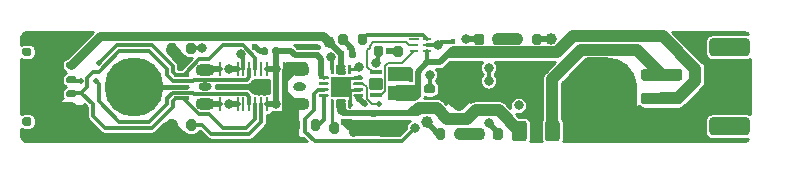
<source format=gbr>
%TF.GenerationSoftware,KiCad,Pcbnew,(5.1.10)-1*%
%TF.CreationDate,2023-08-17T02:42:31-04:00*%
%TF.ProjectId,n65_daughterboard,6e36355f-6461-4756-9768-746572626f61,rev?*%
%TF.SameCoordinates,Original*%
%TF.FileFunction,Copper,L1,Top*%
%TF.FilePolarity,Positive*%
%FSLAX46Y46*%
G04 Gerber Fmt 4.6, Leading zero omitted, Abs format (unit mm)*
G04 Created by KiCad (PCBNEW (5.1.10)-1) date 2023-08-17 02:42:31*
%MOMM*%
%LPD*%
G01*
G04 APERTURE LIST*
%TA.AperFunction,SMDPad,CuDef*%
%ADD10R,1.660000X1.280000*%
%TD*%
%TA.AperFunction,SMDPad,CuDef*%
%ADD11R,1.140000X0.320000*%
%TD*%
%TA.AperFunction,SMDPad,CuDef*%
%ADD12R,0.400000X0.320000*%
%TD*%
%TA.AperFunction,SMDPad,CuDef*%
%ADD13C,0.800000*%
%TD*%
%TA.AperFunction,ComponentPad*%
%ADD14O,1.600000X1.100000*%
%TD*%
%TA.AperFunction,SMDPad,CuDef*%
%ADD15R,0.250000X1.150000*%
%TD*%
%TA.AperFunction,ComponentPad*%
%ADD16C,5.000000*%
%TD*%
%TA.AperFunction,SMDPad,CuDef*%
%ADD17R,0.850000X0.280000*%
%TD*%
%TA.AperFunction,SMDPad,CuDef*%
%ADD18R,0.750000X0.280000*%
%TD*%
%TA.AperFunction,SMDPad,CuDef*%
%ADD19R,1.680000X1.680000*%
%TD*%
%TA.AperFunction,ComponentPad*%
%ADD20C,0.500000*%
%TD*%
%TA.AperFunction,SMDPad,CuDef*%
%ADD21R,0.550000X0.300000*%
%TD*%
%TA.AperFunction,SMDPad,CuDef*%
%ADD22R,0.550000X0.400000*%
%TD*%
%TA.AperFunction,ViaPad*%
%ADD23C,0.800000*%
%TD*%
%TA.AperFunction,ViaPad*%
%ADD24C,0.500000*%
%TD*%
%TA.AperFunction,ViaPad*%
%ADD25C,1.000000*%
%TD*%
%TA.AperFunction,ViaPad*%
%ADD26C,0.600000*%
%TD*%
%TA.AperFunction,Conductor*%
%ADD27C,0.500000*%
%TD*%
%TA.AperFunction,Conductor*%
%ADD28C,1.000000*%
%TD*%
%TA.AperFunction,Conductor*%
%ADD29C,0.300000*%
%TD*%
%TA.AperFunction,Conductor*%
%ADD30C,0.250000*%
%TD*%
%TA.AperFunction,Conductor*%
%ADD31C,0.750000*%
%TD*%
%TA.AperFunction,Conductor*%
%ADD32C,0.400000*%
%TD*%
%TA.AperFunction,Conductor*%
%ADD33C,5.000000*%
%TD*%
%TA.AperFunction,Conductor*%
%ADD34C,0.200000*%
%TD*%
%TA.AperFunction,Conductor*%
%ADD35C,0.254000*%
%TD*%
%TA.AperFunction,Conductor*%
%ADD36C,0.100000*%
%TD*%
G04 APERTURE END LIST*
D10*
%TO.P,U2,5*%
%TO.N,Net-(C1-Pad2)*%
X139735156Y-94027000D03*
D11*
%TO.P,U2,1*%
%TO.N,Net-(U1-Pad2)*%
X137835156Y-92247000D03*
%TO.P,U2,3*%
%TO.N,Net-(U2-Pad2)*%
X137835156Y-93547000D03*
%TO.P,U2,2*%
X137835156Y-92897000D03*
%TO.P,U2,4*%
%TO.N,Net-(U1-Pad3)*%
X137835156Y-94197000D03*
D12*
%TO.P,U2,5*%
%TO.N,Net-(C1-Pad2)*%
X140765156Y-94197000D03*
X140765156Y-93547000D03*
%TO.P,U2,8*%
%TO.N,GND*%
X140765156Y-92247000D03*
D10*
X139735156Y-92417000D03*
D12*
X140765156Y-92897000D03*
%TD*%
D13*
%TO.P,SW1,1*%
%TO.N,GND*%
X144825156Y-95059500D03*
%TO.P,SW1,2*%
%TO.N,Net-(SW1-Pad2)*%
X147365156Y-91884500D03*
%TO.P,SW1,3*%
%TO.N,Net-(SW1-Pad3)*%
X149905156Y-95059500D03*
%TD*%
D14*
%TO.P,J1,S1*%
%TO.N,GND*%
X131365156Y-94902000D03*
X123365156Y-94902000D03*
X131365156Y-92042000D03*
D15*
%TO.P,J1,B7*%
%TO.N,D-*%
X127115156Y-94957000D03*
%TO.P,J1,B6*%
%TO.N,D+*%
X127615156Y-94957000D03*
%TO.P,J1,*%
%TO.N,*%
%TA.AperFunction,WasherPad*%
G36*
G01*
X122815156Y-93472000D02*
X122815156Y-93472000D01*
G75*
G02*
X123170156Y-93117000I355000J0D01*
G01*
X123560156Y-93117000D01*
G75*
G02*
X123915156Y-93472000I0J-355000D01*
G01*
X123915156Y-93472000D01*
G75*
G02*
X123560156Y-93827000I-355000J0D01*
G01*
X123170156Y-93827000D01*
G75*
G02*
X122815156Y-93472000I0J355000D01*
G01*
G37*
%TD.AperFunction*%
%TO.P,J1,B4*%
%TO.N,VIN*%
X128615156Y-94957000D03*
%TO.P,J1,A12*%
%TO.N,GND*%
X130065156Y-91987000D03*
%TO.P,J1,A5*%
%TO.N,Net-(J1-PadA5)*%
X126615156Y-91987000D03*
%TO.P,J1,B5*%
%TO.N,Net-(J1-PadB5)*%
X128115156Y-94957000D03*
%TO.P,J1,A8*%
%TO.N,Net-(J1-PadA8)*%
X128115156Y-91987000D03*
%TO.P,J1,A7*%
%TO.N,D-*%
X127615156Y-91987000D03*
%TO.P,J1,A6*%
%TO.N,D+*%
X127115156Y-91987000D03*
%TO.P,J1,B12*%
%TO.N,GND*%
X124615156Y-94957000D03*
D14*
%TO.P,J1,S1*%
X123365156Y-92042000D03*
D15*
%TO.P,J1,A1*%
X124615156Y-91987000D03*
%TO.P,J1,A4*%
%TO.N,VIN*%
X126115156Y-91987000D03*
%TO.P,J1,A9*%
X128615156Y-91987000D03*
%TO.P,J1,B9*%
X126115156Y-94957000D03*
%TO.P,J1,B1*%
%TO.N,GND*%
X130065156Y-94957000D03*
%TO.P,J1,B8*%
%TO.N,Net-(J1-PadB8)*%
X126615156Y-94957000D03*
%TO.P,J1,*%
%TO.N,*%
%TA.AperFunction,WasherPad*%
G36*
G01*
X130815156Y-93472000D02*
X130815156Y-93472000D01*
G75*
G02*
X131170156Y-93117000I355000J0D01*
G01*
X131560156Y-93117000D01*
G75*
G02*
X131915156Y-93472000I0J-355000D01*
G01*
X131915156Y-93472000D01*
G75*
G02*
X131560156Y-93827000I-355000J0D01*
G01*
X131170156Y-93827000D01*
G75*
G02*
X130815156Y-93472000I0J355000D01*
G01*
G37*
%TD.AperFunction*%
%TD*%
%TO.P,J5,1*%
%TO.N,BMSOUT*%
%TA.AperFunction,SMDPad,CuDef*%
G36*
G01*
X111765156Y-91372000D02*
X112315156Y-91372000D01*
G75*
G02*
X112465156Y-91522000I0J-150000D01*
G01*
X112465156Y-91822000D01*
G75*
G02*
X112315156Y-91972000I-150000J0D01*
G01*
X111765156Y-91972000D01*
G75*
G02*
X111615156Y-91822000I0J150000D01*
G01*
X111615156Y-91522000D01*
G75*
G02*
X111765156Y-91372000I150000J0D01*
G01*
G37*
%TD.AperFunction*%
%TO.P,J5,2*%
%TO.N,D-*%
%TA.AperFunction,SMDPad,CuDef*%
G36*
G01*
X111765156Y-92572000D02*
X112315156Y-92572000D01*
G75*
G02*
X112465156Y-92722000I0J-150000D01*
G01*
X112465156Y-93022000D01*
G75*
G02*
X112315156Y-93172000I-150000J0D01*
G01*
X111765156Y-93172000D01*
G75*
G02*
X111615156Y-93022000I0J150000D01*
G01*
X111615156Y-92722000D01*
G75*
G02*
X111765156Y-92572000I150000J0D01*
G01*
G37*
%TD.AperFunction*%
%TO.P,J5,3*%
%TO.N,D+*%
%TA.AperFunction,SMDPad,CuDef*%
G36*
G01*
X111765156Y-93772000D02*
X112315156Y-93772000D01*
G75*
G02*
X112465156Y-93922000I0J-150000D01*
G01*
X112465156Y-94222000D01*
G75*
G02*
X112315156Y-94372000I-150000J0D01*
G01*
X111765156Y-94372000D01*
G75*
G02*
X111615156Y-94222000I0J150000D01*
G01*
X111615156Y-93922000D01*
G75*
G02*
X111765156Y-93772000I150000J0D01*
G01*
G37*
%TD.AperFunction*%
%TO.P,J5,4*%
%TO.N,GND*%
%TA.AperFunction,SMDPad,CuDef*%
G36*
G01*
X111765156Y-94972000D02*
X112315156Y-94972000D01*
G75*
G02*
X112465156Y-95122000I0J-150000D01*
G01*
X112465156Y-95422000D01*
G75*
G02*
X112315156Y-95572000I-150000J0D01*
G01*
X111765156Y-95572000D01*
G75*
G02*
X111615156Y-95422000I0J150000D01*
G01*
X111615156Y-95122000D01*
G75*
G02*
X111765156Y-94972000I150000J0D01*
G01*
G37*
%TD.AperFunction*%
%TO.P,J5,MP*%
%TO.N,N/C*%
%TA.AperFunction,SMDPad,CuDef*%
G36*
G01*
X108040156Y-90172000D02*
X108490156Y-90172000D01*
G75*
G02*
X108665156Y-90347000I0J-175000D01*
G01*
X108665156Y-90697000D01*
G75*
G02*
X108490156Y-90872000I-175000J0D01*
G01*
X108040156Y-90872000D01*
G75*
G02*
X107865156Y-90697000I0J175000D01*
G01*
X107865156Y-90347000D01*
G75*
G02*
X108040156Y-90172000I175000J0D01*
G01*
G37*
%TD.AperFunction*%
%TA.AperFunction,SMDPad,CuDef*%
G36*
G01*
X108040156Y-96072000D02*
X108490156Y-96072000D01*
G75*
G02*
X108665156Y-96247000I0J-175000D01*
G01*
X108665156Y-96597000D01*
G75*
G02*
X108490156Y-96772000I-175000J0D01*
G01*
X108040156Y-96772000D01*
G75*
G02*
X107865156Y-96597000I0J175000D01*
G01*
X107865156Y-96247000D01*
G75*
G02*
X108040156Y-96072000I175000J0D01*
G01*
G37*
%TD.AperFunction*%
%TD*%
%TO.P,D1,1*%
%TO.N,VIN*%
%TA.AperFunction,SMDPad,CuDef*%
G36*
G01*
X129645156Y-90299500D02*
X129645156Y-90644500D01*
G75*
G02*
X129497656Y-90792000I-147500J0D01*
G01*
X129202656Y-90792000D01*
G75*
G02*
X129055156Y-90644500I0J147500D01*
G01*
X129055156Y-90299500D01*
G75*
G02*
X129202656Y-90152000I147500J0D01*
G01*
X129497656Y-90152000D01*
G75*
G02*
X129645156Y-90299500I0J-147500D01*
G01*
G37*
%TD.AperFunction*%
%TO.P,D1,2*%
%TO.N,GND*%
%TA.AperFunction,SMDPad,CuDef*%
G36*
G01*
X128675156Y-90299500D02*
X128675156Y-90644500D01*
G75*
G02*
X128527656Y-90792000I-147500J0D01*
G01*
X128232656Y-90792000D01*
G75*
G02*
X128085156Y-90644500I0J147500D01*
G01*
X128085156Y-90299500D01*
G75*
G02*
X128232656Y-90152000I147500J0D01*
G01*
X128527656Y-90152000D01*
G75*
G02*
X128675156Y-90299500I0J-147500D01*
G01*
G37*
%TD.AperFunction*%
%TD*%
D16*
%TO.P,H1,1*%
%TO.N,GND*%
X117365156Y-93472000D03*
%TD*%
%TO.P,C1,1*%
%TO.N,Net-(C1-Pad1)*%
%TA.AperFunction,SMDPad,CuDef*%
G36*
G01*
X144265156Y-89422000D02*
X144465156Y-89422000D01*
G75*
G02*
X144565156Y-89522000I0J-100000D01*
G01*
X144565156Y-89782000D01*
G75*
G02*
X144465156Y-89882000I-100000J0D01*
G01*
X144265156Y-89882000D01*
G75*
G02*
X144165156Y-89782000I0J100000D01*
G01*
X144165156Y-89522000D01*
G75*
G02*
X144265156Y-89422000I100000J0D01*
G01*
G37*
%TD.AperFunction*%
%TO.P,C1,2*%
%TO.N,Net-(C1-Pad2)*%
%TA.AperFunction,SMDPad,CuDef*%
G36*
G01*
X144265156Y-90062000D02*
X144465156Y-90062000D01*
G75*
G02*
X144565156Y-90162000I0J-100000D01*
G01*
X144565156Y-90422000D01*
G75*
G02*
X144465156Y-90522000I-100000J0D01*
G01*
X144265156Y-90522000D01*
G75*
G02*
X144165156Y-90422000I0J100000D01*
G01*
X144165156Y-90162000D01*
G75*
G02*
X144265156Y-90062000I100000J0D01*
G01*
G37*
%TD.AperFunction*%
%TD*%
%TO.P,C2,1*%
%TO.N,GND*%
%TA.AperFunction,SMDPad,CuDef*%
G36*
G01*
X136125156Y-90552000D02*
X136125156Y-90892000D01*
G75*
G02*
X135985156Y-91032000I-140000J0D01*
G01*
X135705156Y-91032000D01*
G75*
G02*
X135565156Y-90892000I0J140000D01*
G01*
X135565156Y-90552000D01*
G75*
G02*
X135705156Y-90412000I140000J0D01*
G01*
X135985156Y-90412000D01*
G75*
G02*
X136125156Y-90552000I0J-140000D01*
G01*
G37*
%TD.AperFunction*%
%TO.P,C2,2*%
%TO.N,BMSOUT*%
%TA.AperFunction,SMDPad,CuDef*%
G36*
G01*
X135165156Y-90552000D02*
X135165156Y-90892000D01*
G75*
G02*
X135025156Y-91032000I-140000J0D01*
G01*
X134745156Y-91032000D01*
G75*
G02*
X134605156Y-90892000I0J140000D01*
G01*
X134605156Y-90552000D01*
G75*
G02*
X134745156Y-90412000I140000J0D01*
G01*
X135025156Y-90412000D01*
G75*
G02*
X135165156Y-90552000I0J-140000D01*
G01*
G37*
%TD.AperFunction*%
%TD*%
%TO.P,C3,2*%
%TO.N,VBATT*%
%TA.AperFunction,SMDPad,CuDef*%
G36*
G01*
X137785156Y-96022000D02*
X137445156Y-96022000D01*
G75*
G02*
X137305156Y-95882000I0J140000D01*
G01*
X137305156Y-95602000D01*
G75*
G02*
X137445156Y-95462000I140000J0D01*
G01*
X137785156Y-95462000D01*
G75*
G02*
X137925156Y-95602000I0J-140000D01*
G01*
X137925156Y-95882000D01*
G75*
G02*
X137785156Y-96022000I-140000J0D01*
G01*
G37*
%TD.AperFunction*%
%TO.P,C3,1*%
%TO.N,GND*%
%TA.AperFunction,SMDPad,CuDef*%
G36*
G01*
X137785156Y-96982000D02*
X137445156Y-96982000D01*
G75*
G02*
X137305156Y-96842000I0J140000D01*
G01*
X137305156Y-96562000D01*
G75*
G02*
X137445156Y-96422000I140000J0D01*
G01*
X137785156Y-96422000D01*
G75*
G02*
X137925156Y-96562000I0J-140000D01*
G01*
X137925156Y-96842000D01*
G75*
G02*
X137785156Y-96982000I-140000J0D01*
G01*
G37*
%TD.AperFunction*%
%TD*%
%TO.P,C4,2*%
%TO.N,GND*%
%TA.AperFunction,SMDPad,CuDef*%
G36*
G01*
X132965156Y-90382000D02*
X132765156Y-90382000D01*
G75*
G02*
X132665156Y-90282000I0J100000D01*
G01*
X132665156Y-90022000D01*
G75*
G02*
X132765156Y-89922000I100000J0D01*
G01*
X132965156Y-89922000D01*
G75*
G02*
X133065156Y-90022000I0J-100000D01*
G01*
X133065156Y-90282000D01*
G75*
G02*
X132965156Y-90382000I-100000J0D01*
G01*
G37*
%TD.AperFunction*%
%TO.P,C4,1*%
%TO.N,VIN*%
%TA.AperFunction,SMDPad,CuDef*%
G36*
G01*
X132965156Y-91022000D02*
X132765156Y-91022000D01*
G75*
G02*
X132665156Y-90922000I0J100000D01*
G01*
X132665156Y-90662000D01*
G75*
G02*
X132765156Y-90562000I100000J0D01*
G01*
X132965156Y-90562000D01*
G75*
G02*
X133065156Y-90662000I0J-100000D01*
G01*
X133065156Y-90922000D01*
G75*
G02*
X132965156Y-91022000I-100000J0D01*
G01*
G37*
%TD.AperFunction*%
%TD*%
%TO.P,D2,2*%
%TO.N,Net-(D2-Pad2)*%
%TA.AperFunction,SMDPad,CuDef*%
G36*
G01*
X147715156Y-89728250D02*
X147715156Y-89215750D01*
G75*
G02*
X147933906Y-88997000I218750J0D01*
G01*
X148371406Y-88997000D01*
G75*
G02*
X148590156Y-89215750I0J-218750D01*
G01*
X148590156Y-89728250D01*
G75*
G02*
X148371406Y-89947000I-218750J0D01*
G01*
X147933906Y-89947000D01*
G75*
G02*
X147715156Y-89728250I0J218750D01*
G01*
G37*
%TD.AperFunction*%
%TO.P,D2,1*%
%TO.N,Net-(D2-Pad1)*%
%TA.AperFunction,SMDPad,CuDef*%
G36*
G01*
X146140156Y-89728250D02*
X146140156Y-89215750D01*
G75*
G02*
X146358906Y-88997000I218750J0D01*
G01*
X146796406Y-88997000D01*
G75*
G02*
X147015156Y-89215750I0J-218750D01*
G01*
X147015156Y-89728250D01*
G75*
G02*
X146796406Y-89947000I-218750J0D01*
G01*
X146358906Y-89947000D01*
G75*
G02*
X146140156Y-89728250I0J218750D01*
G01*
G37*
%TD.AperFunction*%
%TD*%
%TO.P,D3,1*%
%TO.N,Net-(D3-Pad1)*%
%TA.AperFunction,SMDPad,CuDef*%
G36*
G01*
X148590156Y-97215750D02*
X148590156Y-97728250D01*
G75*
G02*
X148371406Y-97947000I-218750J0D01*
G01*
X147933906Y-97947000D01*
G75*
G02*
X147715156Y-97728250I0J218750D01*
G01*
X147715156Y-97215750D01*
G75*
G02*
X147933906Y-96997000I218750J0D01*
G01*
X148371406Y-96997000D01*
G75*
G02*
X148590156Y-97215750I0J-218750D01*
G01*
G37*
%TD.AperFunction*%
%TO.P,D3,2*%
%TO.N,Net-(D3-Pad2)*%
%TA.AperFunction,SMDPad,CuDef*%
G36*
G01*
X147015156Y-97215750D02*
X147015156Y-97728250D01*
G75*
G02*
X146796406Y-97947000I-218750J0D01*
G01*
X146358906Y-97947000D01*
G75*
G02*
X146140156Y-97728250I0J218750D01*
G01*
X146140156Y-97215750D01*
G75*
G02*
X146358906Y-96997000I218750J0D01*
G01*
X146796406Y-96997000D01*
G75*
G02*
X147015156Y-97215750I0J-218750D01*
G01*
G37*
%TD.AperFunction*%
%TD*%
%TO.P,F1,1*%
%TO.N,VBATT*%
%TA.AperFunction,SMDPad,CuDef*%
G36*
G01*
X149340156Y-97847000D02*
X149340156Y-96597000D01*
G75*
G02*
X149590156Y-96347000I250000J0D01*
G01*
X150340156Y-96347000D01*
G75*
G02*
X150590156Y-96597000I0J-250000D01*
G01*
X150590156Y-97847000D01*
G75*
G02*
X150340156Y-98097000I-250000J0D01*
G01*
X149590156Y-98097000D01*
G75*
G02*
X149340156Y-97847000I0J250000D01*
G01*
G37*
%TD.AperFunction*%
%TO.P,F1,2*%
%TO.N,Net-(F1-Pad2)*%
%TA.AperFunction,SMDPad,CuDef*%
G36*
G01*
X152140156Y-97847000D02*
X152140156Y-96597000D01*
G75*
G02*
X152390156Y-96347000I250000J0D01*
G01*
X153140156Y-96347000D01*
G75*
G02*
X153390156Y-96597000I0J-250000D01*
G01*
X153390156Y-97847000D01*
G75*
G02*
X153140156Y-98097000I-250000J0D01*
G01*
X152390156Y-98097000D01*
G75*
G02*
X152140156Y-97847000I0J250000D01*
G01*
G37*
%TD.AperFunction*%
%TD*%
%TO.P,H1,1*%
%TO.N,GND*%
X157365156Y-93472000D03*
%TD*%
%TO.P,J2,1*%
%TO.N,Net-(C1-Pad2)*%
%TA.AperFunction,SMDPad,CuDef*%
G36*
G01*
X163515156Y-94972000D02*
X160515156Y-94972000D01*
G75*
G02*
X160265156Y-94722000I0J250000D01*
G01*
X160265156Y-94222000D01*
G75*
G02*
X160515156Y-93972000I250000J0D01*
G01*
X163515156Y-93972000D01*
G75*
G02*
X163765156Y-94222000I0J-250000D01*
G01*
X163765156Y-94722000D01*
G75*
G02*
X163515156Y-94972000I-250000J0D01*
G01*
G37*
%TD.AperFunction*%
%TO.P,J2,2*%
%TO.N,Net-(F1-Pad2)*%
%TA.AperFunction,SMDPad,CuDef*%
G36*
G01*
X163515156Y-92972000D02*
X160515156Y-92972000D01*
G75*
G02*
X160265156Y-92722000I0J250000D01*
G01*
X160265156Y-92222000D01*
G75*
G02*
X160515156Y-91972000I250000J0D01*
G01*
X163515156Y-91972000D01*
G75*
G02*
X163765156Y-92222000I0J-250000D01*
G01*
X163765156Y-92722000D01*
G75*
G02*
X163515156Y-92972000I-250000J0D01*
G01*
G37*
%TD.AperFunction*%
%TO.P,J2,MP*%
%TO.N,N/C*%
%TA.AperFunction,SMDPad,CuDef*%
G36*
G01*
X169215156Y-97572000D02*
X166315156Y-97572000D01*
G75*
G02*
X166065156Y-97322000I0J250000D01*
G01*
X166065156Y-96322000D01*
G75*
G02*
X166315156Y-96072000I250000J0D01*
G01*
X169215156Y-96072000D01*
G75*
G02*
X169465156Y-96322000I0J-250000D01*
G01*
X169465156Y-97322000D01*
G75*
G02*
X169215156Y-97572000I-250000J0D01*
G01*
G37*
%TD.AperFunction*%
%TA.AperFunction,SMDPad,CuDef*%
G36*
G01*
X169215156Y-90872000D02*
X166315156Y-90872000D01*
G75*
G02*
X166065156Y-90622000I0J250000D01*
G01*
X166065156Y-89622000D01*
G75*
G02*
X166315156Y-89372000I250000J0D01*
G01*
X169215156Y-89372000D01*
G75*
G02*
X169465156Y-89622000I0J-250000D01*
G01*
X169465156Y-90622000D01*
G75*
G02*
X169215156Y-90872000I-250000J0D01*
G01*
G37*
%TD.AperFunction*%
%TD*%
%TO.P,R1,2*%
%TO.N,GND*%
%TA.AperFunction,SMDPad,CuDef*%
G36*
G01*
X120940156Y-96447000D02*
X120940156Y-96997000D01*
G75*
G02*
X120740156Y-97197000I-200000J0D01*
G01*
X120340156Y-97197000D01*
G75*
G02*
X120140156Y-96997000I0J200000D01*
G01*
X120140156Y-96447000D01*
G75*
G02*
X120340156Y-96247000I200000J0D01*
G01*
X120740156Y-96247000D01*
G75*
G02*
X120940156Y-96447000I0J-200000D01*
G01*
G37*
%TD.AperFunction*%
%TO.P,R1,1*%
%TO.N,Net-(J1-PadB5)*%
%TA.AperFunction,SMDPad,CuDef*%
G36*
G01*
X122590156Y-96447000D02*
X122590156Y-96997000D01*
G75*
G02*
X122390156Y-97197000I-200000J0D01*
G01*
X121990156Y-97197000D01*
G75*
G02*
X121790156Y-96997000I0J200000D01*
G01*
X121790156Y-96447000D01*
G75*
G02*
X121990156Y-96247000I200000J0D01*
G01*
X122390156Y-96247000D01*
G75*
G02*
X122590156Y-96447000I0J-200000D01*
G01*
G37*
%TD.AperFunction*%
%TD*%
%TO.P,R2,1*%
%TO.N,Net-(J1-PadA5)*%
%TA.AperFunction,SMDPad,CuDef*%
G36*
G01*
X122590156Y-89947000D02*
X122590156Y-90497000D01*
G75*
G02*
X122390156Y-90697000I-200000J0D01*
G01*
X121990156Y-90697000D01*
G75*
G02*
X121790156Y-90497000I0J200000D01*
G01*
X121790156Y-89947000D01*
G75*
G02*
X121990156Y-89747000I200000J0D01*
G01*
X122390156Y-89747000D01*
G75*
G02*
X122590156Y-89947000I0J-200000D01*
G01*
G37*
%TD.AperFunction*%
%TO.P,R2,2*%
%TO.N,GND*%
%TA.AperFunction,SMDPad,CuDef*%
G36*
G01*
X120940156Y-89947000D02*
X120940156Y-90497000D01*
G75*
G02*
X120740156Y-90697000I-200000J0D01*
G01*
X120340156Y-90697000D01*
G75*
G02*
X120140156Y-90497000I0J200000D01*
G01*
X120140156Y-89947000D01*
G75*
G02*
X120340156Y-89747000I200000J0D01*
G01*
X120740156Y-89747000D01*
G75*
G02*
X120940156Y-89947000I0J-200000D01*
G01*
G37*
%TD.AperFunction*%
%TD*%
%TO.P,R3,1*%
%TO.N,VBATT*%
%TA.AperFunction,SMDPad,CuDef*%
G36*
G01*
X142640156Y-95697000D02*
X142090156Y-95697000D01*
G75*
G02*
X141890156Y-95497000I0J200000D01*
G01*
X141890156Y-95097000D01*
G75*
G02*
X142090156Y-94897000I200000J0D01*
G01*
X142640156Y-94897000D01*
G75*
G02*
X142840156Y-95097000I0J-200000D01*
G01*
X142840156Y-95497000D01*
G75*
G02*
X142640156Y-95697000I-200000J0D01*
G01*
G37*
%TD.AperFunction*%
%TO.P,R3,2*%
%TO.N,Net-(C1-Pad1)*%
%TA.AperFunction,SMDPad,CuDef*%
G36*
G01*
X142640156Y-94047000D02*
X142090156Y-94047000D01*
G75*
G02*
X141890156Y-93847000I0J200000D01*
G01*
X141890156Y-93447000D01*
G75*
G02*
X142090156Y-93247000I200000J0D01*
G01*
X142640156Y-93247000D01*
G75*
G02*
X142840156Y-93447000I0J-200000D01*
G01*
X142840156Y-93847000D01*
G75*
G02*
X142640156Y-94047000I-200000J0D01*
G01*
G37*
%TD.AperFunction*%
%TD*%
%TO.P,R4,2*%
%TO.N,GND*%
%TA.AperFunction,SMDPad,CuDef*%
G36*
G01*
X135440156Y-89197000D02*
X135440156Y-89747000D01*
G75*
G02*
X135240156Y-89947000I-200000J0D01*
G01*
X134840156Y-89947000D01*
G75*
G02*
X134640156Y-89747000I0J200000D01*
G01*
X134640156Y-89197000D01*
G75*
G02*
X134840156Y-88997000I200000J0D01*
G01*
X135240156Y-88997000D01*
G75*
G02*
X135440156Y-89197000I0J-200000D01*
G01*
G37*
%TD.AperFunction*%
%TO.P,R4,1*%
%TO.N,Net-(R4-Pad1)*%
%TA.AperFunction,SMDPad,CuDef*%
G36*
G01*
X137090156Y-89197000D02*
X137090156Y-89747000D01*
G75*
G02*
X136890156Y-89947000I-200000J0D01*
G01*
X136490156Y-89947000D01*
G75*
G02*
X136290156Y-89747000I0J200000D01*
G01*
X136290156Y-89197000D01*
G75*
G02*
X136490156Y-88997000I200000J0D01*
G01*
X136890156Y-88997000D01*
G75*
G02*
X137090156Y-89197000I0J-200000D01*
G01*
G37*
%TD.AperFunction*%
%TD*%
%TO.P,R5,2*%
%TO.N,Net-(R5-Pad2)*%
%TA.AperFunction,SMDPad,CuDef*%
G36*
G01*
X134690156Y-96697000D02*
X134690156Y-97247000D01*
G75*
G02*
X134490156Y-97447000I-200000J0D01*
G01*
X134090156Y-97447000D01*
G75*
G02*
X133890156Y-97247000I0J200000D01*
G01*
X133890156Y-96697000D01*
G75*
G02*
X134090156Y-96497000I200000J0D01*
G01*
X134490156Y-96497000D01*
G75*
G02*
X134690156Y-96697000I0J-200000D01*
G01*
G37*
%TD.AperFunction*%
%TO.P,R5,1*%
%TO.N,GND*%
%TA.AperFunction,SMDPad,CuDef*%
G36*
G01*
X136340156Y-96697000D02*
X136340156Y-97247000D01*
G75*
G02*
X136140156Y-97447000I-200000J0D01*
G01*
X135740156Y-97447000D01*
G75*
G02*
X135540156Y-97247000I0J200000D01*
G01*
X135540156Y-96697000D01*
G75*
G02*
X135740156Y-96497000I200000J0D01*
G01*
X136140156Y-96497000D01*
G75*
G02*
X136340156Y-96697000I0J-200000D01*
G01*
G37*
%TD.AperFunction*%
%TD*%
%TO.P,R6,1*%
%TO.N,Net-(R6-Pad1)*%
%TA.AperFunction,SMDPad,CuDef*%
G36*
G01*
X137640156Y-90747000D02*
X137640156Y-90197000D01*
G75*
G02*
X137840156Y-89997000I200000J0D01*
G01*
X138240156Y-89997000D01*
G75*
G02*
X138440156Y-90197000I0J-200000D01*
G01*
X138440156Y-90747000D01*
G75*
G02*
X138240156Y-90947000I-200000J0D01*
G01*
X137840156Y-90947000D01*
G75*
G02*
X137640156Y-90747000I0J200000D01*
G01*
G37*
%TD.AperFunction*%
%TO.P,R6,2*%
%TO.N,GND*%
%TA.AperFunction,SMDPad,CuDef*%
G36*
G01*
X139290156Y-90747000D02*
X139290156Y-90197000D01*
G75*
G02*
X139490156Y-89997000I200000J0D01*
G01*
X139890156Y-89997000D01*
G75*
G02*
X140090156Y-90197000I0J-200000D01*
G01*
X140090156Y-90747000D01*
G75*
G02*
X139890156Y-90947000I-200000J0D01*
G01*
X139490156Y-90947000D01*
G75*
G02*
X139290156Y-90747000I0J200000D01*
G01*
G37*
%TD.AperFunction*%
%TD*%
%TO.P,R7,1*%
%TO.N,GND*%
%TA.AperFunction,SMDPad,CuDef*%
G36*
G01*
X130640156Y-96997000D02*
X130640156Y-96447000D01*
G75*
G02*
X130840156Y-96247000I200000J0D01*
G01*
X131240156Y-96247000D01*
G75*
G02*
X131440156Y-96447000I0J-200000D01*
G01*
X131440156Y-96997000D01*
G75*
G02*
X131240156Y-97197000I-200000J0D01*
G01*
X130840156Y-97197000D01*
G75*
G02*
X130640156Y-96997000I0J200000D01*
G01*
G37*
%TD.AperFunction*%
%TO.P,R7,2*%
%TO.N,Net-(R7-Pad2)*%
%TA.AperFunction,SMDPad,CuDef*%
G36*
G01*
X132290156Y-96997000D02*
X132290156Y-96447000D01*
G75*
G02*
X132490156Y-96247000I200000J0D01*
G01*
X132890156Y-96247000D01*
G75*
G02*
X133090156Y-96447000I0J-200000D01*
G01*
X133090156Y-96997000D01*
G75*
G02*
X132890156Y-97197000I-200000J0D01*
G01*
X132490156Y-97197000D01*
G75*
G02*
X132290156Y-96997000I0J200000D01*
G01*
G37*
%TD.AperFunction*%
%TD*%
%TO.P,R8,1*%
%TO.N,Net-(D2-Pad2)*%
%TA.AperFunction,SMDPad,CuDef*%
G36*
G01*
X149390156Y-89747000D02*
X149390156Y-89197000D01*
G75*
G02*
X149590156Y-88997000I200000J0D01*
G01*
X149990156Y-88997000D01*
G75*
G02*
X150190156Y-89197000I0J-200000D01*
G01*
X150190156Y-89747000D01*
G75*
G02*
X149990156Y-89947000I-200000J0D01*
G01*
X149590156Y-89947000D01*
G75*
G02*
X149390156Y-89747000I0J200000D01*
G01*
G37*
%TD.AperFunction*%
%TO.P,R8,2*%
%TO.N,BMSOUT*%
%TA.AperFunction,SMDPad,CuDef*%
G36*
G01*
X151040156Y-89747000D02*
X151040156Y-89197000D01*
G75*
G02*
X151240156Y-88997000I200000J0D01*
G01*
X151640156Y-88997000D01*
G75*
G02*
X151840156Y-89197000I0J-200000D01*
G01*
X151840156Y-89747000D01*
G75*
G02*
X151640156Y-89947000I-200000J0D01*
G01*
X151240156Y-89947000D01*
G75*
G02*
X151040156Y-89747000I0J200000D01*
G01*
G37*
%TD.AperFunction*%
%TD*%
%TO.P,R9,1*%
%TO.N,Net-(D3-Pad2)*%
%TA.AperFunction,SMDPad,CuDef*%
G36*
G01*
X145340156Y-97197000D02*
X145340156Y-97747000D01*
G75*
G02*
X145140156Y-97947000I-200000J0D01*
G01*
X144740156Y-97947000D01*
G75*
G02*
X144540156Y-97747000I0J200000D01*
G01*
X144540156Y-97197000D01*
G75*
G02*
X144740156Y-96997000I200000J0D01*
G01*
X145140156Y-96997000D01*
G75*
G02*
X145340156Y-97197000I0J-200000D01*
G01*
G37*
%TD.AperFunction*%
%TO.P,R9,2*%
%TO.N,BMSOUT*%
%TA.AperFunction,SMDPad,CuDef*%
G36*
G01*
X143690156Y-97197000D02*
X143690156Y-97747000D01*
G75*
G02*
X143490156Y-97947000I-200000J0D01*
G01*
X143090156Y-97947000D01*
G75*
G02*
X142890156Y-97747000I0J200000D01*
G01*
X142890156Y-97197000D01*
G75*
G02*
X143090156Y-96997000I200000J0D01*
G01*
X143490156Y-96997000D01*
G75*
G02*
X143690156Y-97197000I0J-200000D01*
G01*
G37*
%TD.AperFunction*%
%TD*%
D17*
%TO.P,U1,1*%
%TO.N,Net-(U1-Pad1)*%
X141090156Y-89472000D03*
D18*
%TO.P,U1,2*%
%TO.N,Net-(U1-Pad2)*%
X141040156Y-89972000D03*
%TO.P,U1,3*%
%TO.N,Net-(U1-Pad3)*%
X141040156Y-90472000D03*
%TO.P,U1,4*%
%TO.N,Net-(C1-Pad2)*%
X142190156Y-90472000D03*
%TO.P,U1,5*%
%TO.N,Net-(C1-Pad1)*%
X142190156Y-89972000D03*
%TO.P,U1,6*%
%TO.N,Net-(R4-Pad1)*%
X142190156Y-89472000D03*
%TD*%
%TO.P,U3,1*%
%TO.N,Net-(R5-Pad2)*%
%TA.AperFunction,SMDPad,CuDef*%
G36*
G01*
X134177656Y-95347000D02*
X134052656Y-95347000D01*
G75*
G02*
X133990156Y-95284500I0J62500D01*
G01*
X133990156Y-94584500D01*
G75*
G02*
X134052656Y-94522000I62500J0D01*
G01*
X134177656Y-94522000D01*
G75*
G02*
X134240156Y-94584500I0J-62500D01*
G01*
X134240156Y-95284500D01*
G75*
G02*
X134177656Y-95347000I-62500J0D01*
G01*
G37*
%TD.AperFunction*%
%TO.P,U3,2*%
%TO.N,VBATT*%
%TA.AperFunction,SMDPad,CuDef*%
G36*
G01*
X134677656Y-95347000D02*
X134552656Y-95347000D01*
G75*
G02*
X134490156Y-95284500I0J62500D01*
G01*
X134490156Y-94584500D01*
G75*
G02*
X134552656Y-94522000I62500J0D01*
G01*
X134677656Y-94522000D01*
G75*
G02*
X134740156Y-94584500I0J-62500D01*
G01*
X134740156Y-95284500D01*
G75*
G02*
X134677656Y-95347000I-62500J0D01*
G01*
G37*
%TD.AperFunction*%
%TO.P,U3,3*%
%TA.AperFunction,SMDPad,CuDef*%
G36*
G01*
X135177656Y-95347000D02*
X135052656Y-95347000D01*
G75*
G02*
X134990156Y-95284500I0J62500D01*
G01*
X134990156Y-94584500D01*
G75*
G02*
X135052656Y-94522000I62500J0D01*
G01*
X135177656Y-94522000D01*
G75*
G02*
X135240156Y-94584500I0J-62500D01*
G01*
X135240156Y-95284500D01*
G75*
G02*
X135177656Y-95347000I-62500J0D01*
G01*
G37*
%TD.AperFunction*%
%TO.P,U3,4*%
%TO.N,GND*%
%TA.AperFunction,SMDPad,CuDef*%
G36*
G01*
X135677656Y-95347000D02*
X135552656Y-95347000D01*
G75*
G02*
X135490156Y-95284500I0J62500D01*
G01*
X135490156Y-94584500D01*
G75*
G02*
X135552656Y-94522000I62500J0D01*
G01*
X135677656Y-94522000D01*
G75*
G02*
X135740156Y-94584500I0J-62500D01*
G01*
X135740156Y-95284500D01*
G75*
G02*
X135677656Y-95347000I-62500J0D01*
G01*
G37*
%TD.AperFunction*%
%TO.P,U3,5*%
%TO.N,BMSOUT*%
%TA.AperFunction,SMDPad,CuDef*%
G36*
G01*
X136677656Y-94347000D02*
X135977656Y-94347000D01*
G75*
G02*
X135915156Y-94284500I0J62500D01*
G01*
X135915156Y-94159500D01*
G75*
G02*
X135977656Y-94097000I62500J0D01*
G01*
X136677656Y-94097000D01*
G75*
G02*
X136740156Y-94159500I0J-62500D01*
G01*
X136740156Y-94284500D01*
G75*
G02*
X136677656Y-94347000I-62500J0D01*
G01*
G37*
%TD.AperFunction*%
%TO.P,U3,6*%
%TO.N,GND*%
%TA.AperFunction,SMDPad,CuDef*%
G36*
G01*
X136677656Y-93847000D02*
X135977656Y-93847000D01*
G75*
G02*
X135915156Y-93784500I0J62500D01*
G01*
X135915156Y-93659500D01*
G75*
G02*
X135977656Y-93597000I62500J0D01*
G01*
X136677656Y-93597000D01*
G75*
G02*
X136740156Y-93659500I0J-62500D01*
G01*
X136740156Y-93784500D01*
G75*
G02*
X136677656Y-93847000I-62500J0D01*
G01*
G37*
%TD.AperFunction*%
%TO.P,U3,7*%
%TO.N,Net-(D3-Pad1)*%
%TA.AperFunction,SMDPad,CuDef*%
G36*
G01*
X136677656Y-93347000D02*
X135977656Y-93347000D01*
G75*
G02*
X135915156Y-93284500I0J62500D01*
G01*
X135915156Y-93159500D01*
G75*
G02*
X135977656Y-93097000I62500J0D01*
G01*
X136677656Y-93097000D01*
G75*
G02*
X136740156Y-93159500I0J-62500D01*
G01*
X136740156Y-93284500D01*
G75*
G02*
X136677656Y-93347000I-62500J0D01*
G01*
G37*
%TD.AperFunction*%
%TO.P,U3,8*%
%TO.N,GND*%
%TA.AperFunction,SMDPad,CuDef*%
G36*
G01*
X136677656Y-92847000D02*
X135977656Y-92847000D01*
G75*
G02*
X135915156Y-92784500I0J62500D01*
G01*
X135915156Y-92659500D01*
G75*
G02*
X135977656Y-92597000I62500J0D01*
G01*
X136677656Y-92597000D01*
G75*
G02*
X136740156Y-92659500I0J-62500D01*
G01*
X136740156Y-92784500D01*
G75*
G02*
X136677656Y-92847000I-62500J0D01*
G01*
G37*
%TD.AperFunction*%
%TO.P,U3,9*%
%TO.N,Net-(D2-Pad1)*%
%TA.AperFunction,SMDPad,CuDef*%
G36*
G01*
X135677656Y-92422000D02*
X135552656Y-92422000D01*
G75*
G02*
X135490156Y-92359500I0J62500D01*
G01*
X135490156Y-91659500D01*
G75*
G02*
X135552656Y-91597000I62500J0D01*
G01*
X135677656Y-91597000D01*
G75*
G02*
X135740156Y-91659500I0J-62500D01*
G01*
X135740156Y-92359500D01*
G75*
G02*
X135677656Y-92422000I-62500J0D01*
G01*
G37*
%TD.AperFunction*%
%TO.P,U3,10*%
%TO.N,BMSOUT*%
%TA.AperFunction,SMDPad,CuDef*%
G36*
G01*
X135177656Y-92422000D02*
X135052656Y-92422000D01*
G75*
G02*
X134990156Y-92359500I0J62500D01*
G01*
X134990156Y-91659500D01*
G75*
G02*
X135052656Y-91597000I62500J0D01*
G01*
X135177656Y-91597000D01*
G75*
G02*
X135240156Y-91659500I0J-62500D01*
G01*
X135240156Y-92359500D01*
G75*
G02*
X135177656Y-92422000I-62500J0D01*
G01*
G37*
%TD.AperFunction*%
%TO.P,U3,11*%
%TA.AperFunction,SMDPad,CuDef*%
G36*
G01*
X134677656Y-92422000D02*
X134552656Y-92422000D01*
G75*
G02*
X134490156Y-92359500I0J62500D01*
G01*
X134490156Y-91659500D01*
G75*
G02*
X134552656Y-91597000I62500J0D01*
G01*
X134677656Y-91597000D01*
G75*
G02*
X134740156Y-91659500I0J-62500D01*
G01*
X134740156Y-92359500D01*
G75*
G02*
X134677656Y-92422000I-62500J0D01*
G01*
G37*
%TD.AperFunction*%
%TO.P,U3,12*%
%TO.N,Net-(R6-Pad1)*%
%TA.AperFunction,SMDPad,CuDef*%
G36*
G01*
X134177656Y-92422000D02*
X134052656Y-92422000D01*
G75*
G02*
X133990156Y-92359500I0J62500D01*
G01*
X133990156Y-91659500D01*
G75*
G02*
X134052656Y-91597000I62500J0D01*
G01*
X134177656Y-91597000D01*
G75*
G02*
X134240156Y-91659500I0J-62500D01*
G01*
X134240156Y-92359500D01*
G75*
G02*
X134177656Y-92422000I-62500J0D01*
G01*
G37*
%TD.AperFunction*%
%TO.P,U3,13*%
%TO.N,VIN*%
%TA.AperFunction,SMDPad,CuDef*%
G36*
G01*
X133752656Y-92847000D02*
X133052656Y-92847000D01*
G75*
G02*
X132990156Y-92784500I0J62500D01*
G01*
X132990156Y-92659500D01*
G75*
G02*
X133052656Y-92597000I62500J0D01*
G01*
X133752656Y-92597000D01*
G75*
G02*
X133815156Y-92659500I0J-62500D01*
G01*
X133815156Y-92784500D01*
G75*
G02*
X133752656Y-92847000I-62500J0D01*
G01*
G37*
%TD.AperFunction*%
%TO.P,U3,14*%
%TO.N,Net-(U3-Pad14)*%
%TA.AperFunction,SMDPad,CuDef*%
G36*
G01*
X133752656Y-93347000D02*
X133052656Y-93347000D01*
G75*
G02*
X132990156Y-93284500I0J62500D01*
G01*
X132990156Y-93159500D01*
G75*
G02*
X133052656Y-93097000I62500J0D01*
G01*
X133752656Y-93097000D01*
G75*
G02*
X133815156Y-93159500I0J-62500D01*
G01*
X133815156Y-93284500D01*
G75*
G02*
X133752656Y-93347000I-62500J0D01*
G01*
G37*
%TD.AperFunction*%
%TO.P,U3,15*%
%TO.N,Net-(SW1-Pad2)*%
%TA.AperFunction,SMDPad,CuDef*%
G36*
G01*
X133752656Y-93847000D02*
X133052656Y-93847000D01*
G75*
G02*
X132990156Y-93784500I0J62500D01*
G01*
X132990156Y-93659500D01*
G75*
G02*
X133052656Y-93597000I62500J0D01*
G01*
X133752656Y-93597000D01*
G75*
G02*
X133815156Y-93659500I0J-62500D01*
G01*
X133815156Y-93784500D01*
G75*
G02*
X133752656Y-93847000I-62500J0D01*
G01*
G37*
%TD.AperFunction*%
%TO.P,U3,16*%
%TO.N,Net-(R7-Pad2)*%
%TA.AperFunction,SMDPad,CuDef*%
G36*
G01*
X133752656Y-94347000D02*
X133052656Y-94347000D01*
G75*
G02*
X132990156Y-94284500I0J62500D01*
G01*
X132990156Y-94159500D01*
G75*
G02*
X133052656Y-94097000I62500J0D01*
G01*
X133752656Y-94097000D01*
G75*
G02*
X133815156Y-94159500I0J-62500D01*
G01*
X133815156Y-94284500D01*
G75*
G02*
X133752656Y-94347000I-62500J0D01*
G01*
G37*
%TD.AperFunction*%
D19*
%TO.P,U3,17*%
%TO.N,GND*%
X134865156Y-93472000D03*
D20*
X134275156Y-94062000D03*
X134275156Y-92882000D03*
X135455156Y-94062000D03*
X135455156Y-92882000D03*
%TD*%
D21*
%TO.P,U4,1*%
%TO.N,D+*%
X121750156Y-94472000D03*
%TO.P,U4,2*%
%TO.N,D-*%
X121750156Y-93972000D03*
D22*
%TO.P,U4,3*%
%TO.N,GND*%
X121750156Y-93472000D03*
D21*
%TO.P,U4,4*%
%TO.N,D+*%
X121750156Y-92972000D03*
%TO.P,U4,5*%
%TO.N,D-*%
X121750156Y-92472000D03*
%TO.P,U4,2*%
X120980156Y-93972000D03*
%TO.P,U4,5*%
X120980156Y-92472000D03*
%TO.P,U4,4*%
%TO.N,D+*%
X120980156Y-92972000D03*
%TO.P,U4,1*%
X120980156Y-94472000D03*
D22*
%TO.P,U4,3*%
%TO.N,GND*%
X120980156Y-93472000D03*
%TD*%
D23*
%TO.N,Net-(C1-Pad1)*%
X143115156Y-89972000D03*
X142365156Y-92472000D03*
D24*
%TO.N,BMSOUT*%
X136865156Y-94972000D03*
D25*
X152615156Y-89472000D03*
X133865156Y-89722000D03*
X142115156Y-96472000D03*
%TO.N,GND*%
X109865156Y-95972000D03*
X109865156Y-90972000D03*
D26*
X135115156Y-96422000D03*
D24*
X139815156Y-92722000D03*
X139815156Y-92122000D03*
X139215156Y-92122000D03*
X139215156Y-92722000D03*
D26*
X138955156Y-90462000D03*
X135665156Y-90072000D03*
X127615156Y-90072000D03*
X131915156Y-90072000D03*
D23*
X121365156Y-91222000D03*
D25*
X128115156Y-93472000D03*
X138915156Y-97122000D03*
D23*
X129015156Y-97022000D03*
X129915156Y-97022000D03*
X122915156Y-97722000D03*
X151115156Y-94972000D03*
X144865156Y-93472000D03*
%TO.N,VIN*%
X129365156Y-94972000D03*
X129365156Y-91972000D03*
X125380156Y-91987000D03*
X125380156Y-94957000D03*
%TO.N,Net-(D2-Pad1)*%
X145465156Y-89472000D03*
X136365156Y-91772000D03*
%TO.N,Net-(D3-Pad1)*%
X147365156Y-96572000D03*
D24*
X138115156Y-94972000D03*
D23*
%TO.N,Net-(J1-PadA5)*%
X126365156Y-90722000D03*
X123115156Y-90222000D03*
D24*
%TO.N,D-*%
X114365156Y-91472000D03*
X112865156Y-92972000D03*
X114115156Y-92972000D03*
D23*
%TO.N,Net-(R6-Pad1)*%
X134000000Y-91000000D03*
X137865156Y-91472000D03*
%TO.N,Net-(SW1-Pad2)*%
X141115156Y-96972000D03*
X141115156Y-96972000D03*
X147365156Y-92972000D03*
%TD*%
D27*
%TO.N,Net-(C1-Pad2)*%
X144665156Y-90822000D02*
X143845156Y-90822000D01*
X141365156Y-92472000D02*
X141365156Y-94257002D01*
D28*
X141085158Y-94167000D02*
X139725156Y-94167000D01*
X141095158Y-93877000D02*
X139735156Y-93877000D01*
D29*
X142190156Y-90472000D02*
X142190156Y-91397000D01*
D27*
X142190156Y-91397000D02*
X141365156Y-92222000D01*
D28*
X141095158Y-94027000D02*
X139735156Y-94027000D01*
D27*
X141365156Y-93757002D02*
X141095158Y-94027000D01*
X141365156Y-92222000D02*
X141365156Y-94007002D01*
X143260156Y-91397000D02*
X142190156Y-91397000D01*
X144365156Y-90292000D02*
X143260156Y-91397000D01*
X144365156Y-90292000D02*
X145185156Y-90292000D01*
X145185156Y-90292000D02*
X145685156Y-90292000D01*
D28*
X162115156Y-89222000D02*
X154493158Y-89222000D01*
X164865156Y-91972000D02*
X162115156Y-89222000D01*
X164865156Y-92972000D02*
X164865156Y-91972000D01*
X163365156Y-94472000D02*
X164865156Y-92972000D01*
X162015156Y-94472000D02*
X163365156Y-94472000D01*
X153654157Y-90061001D02*
X153143148Y-90572010D01*
X154493158Y-89222000D02*
X153654157Y-90061001D01*
X153143148Y-90572010D02*
X145745165Y-90572010D01*
X145745165Y-90572010D02*
X144465166Y-90572010D01*
D29*
%TO.N,Net-(C1-Pad1)*%
X142365156Y-92722000D02*
X142365156Y-92722000D01*
X143115156Y-89972000D02*
X143365156Y-89722000D01*
X142190156Y-89972000D02*
X143115156Y-89972000D01*
X143435156Y-89652000D02*
X143365156Y-89722000D01*
X144365156Y-89652000D02*
X143435156Y-89652000D01*
X142365156Y-92472000D02*
X142365156Y-93647000D01*
D30*
%TO.N,BMSOUT*%
X135115156Y-92309500D02*
X134615156Y-92309500D01*
X134615156Y-91722000D02*
X135115156Y-91722000D01*
X135115156Y-92259500D02*
X134615156Y-92259500D01*
X134615156Y-92184500D02*
X135115156Y-92184500D01*
D27*
X134885156Y-91917000D02*
X134902656Y-91934500D01*
D30*
X134902656Y-91934500D02*
X135115156Y-91934500D01*
D27*
X134885156Y-90722000D02*
X134885156Y-91917000D01*
D30*
X134615156Y-91934500D02*
X134902656Y-91934500D01*
D27*
X151440156Y-89472000D02*
X152615156Y-89472000D01*
X152615156Y-89472000D02*
X152615156Y-89472000D01*
X134885156Y-90722000D02*
X134865156Y-90722000D01*
X134865156Y-90722000D02*
X133865156Y-89722000D01*
X136327656Y-94434500D02*
X136865156Y-94972000D01*
D30*
X136327656Y-94222000D02*
X136327656Y-94434500D01*
D31*
X114490156Y-89222000D02*
X112040156Y-91672000D01*
X133365156Y-89222000D02*
X114490156Y-89222000D01*
X133865156Y-89722000D02*
X133365156Y-89222000D01*
D27*
X143115156Y-97472000D02*
X142115156Y-96472000D01*
X143290156Y-97472000D02*
X143115156Y-97472000D01*
%TO.N,GND*%
X131065156Y-91657000D02*
X131800156Y-91657000D01*
X130265156Y-91657000D02*
X131000156Y-91657000D01*
X129215156Y-95957000D02*
X129950156Y-95957000D01*
X129165156Y-95757000D02*
X129900156Y-95757000D01*
X130615156Y-96957000D02*
X129880156Y-96957000D01*
X130615156Y-97457000D02*
X129880156Y-97457000D01*
X130865156Y-97207000D02*
X130130156Y-97207000D01*
X130635156Y-95222000D02*
X130635156Y-96417000D01*
X130135156Y-94972000D02*
X130135156Y-96167000D01*
X157115156Y-91222000D02*
X157365156Y-91222000D01*
X156865156Y-91222000D02*
X157115156Y-91222000D01*
X156615156Y-91222000D02*
X156865156Y-91222000D01*
X156365156Y-91222000D02*
X156615156Y-91222000D01*
X156115156Y-91222000D02*
X156365156Y-91222000D01*
X155865156Y-91222000D02*
X156115156Y-91222000D01*
D28*
X155115156Y-94222000D02*
X154615156Y-94722000D01*
X155115156Y-93472000D02*
X154615156Y-93972000D01*
X155115156Y-92722000D02*
X154615156Y-93222000D01*
X155865156Y-91472000D02*
X155365156Y-91972000D01*
X155115156Y-92222000D02*
X154615156Y-92722000D01*
X155615156Y-91722000D02*
X155115156Y-92222000D01*
D27*
X135090156Y-96422000D02*
X135640156Y-96972000D01*
X135415156Y-96422000D02*
X135690156Y-96422000D01*
X138715156Y-97422000D02*
X135890156Y-97422000D01*
D31*
X135865156Y-97272000D02*
X135865156Y-96772000D01*
X135865156Y-97172000D02*
X135865156Y-96672000D01*
D27*
X138715156Y-96522000D02*
X135890156Y-96522000D01*
X140715156Y-92782000D02*
X140715156Y-92337000D01*
X140715156Y-92512000D02*
X140715156Y-92067000D01*
X140710156Y-92027000D02*
X139640156Y-92027000D01*
X140710156Y-92047000D02*
X139640156Y-92047000D01*
D30*
X136577656Y-92722000D02*
X135365156Y-92722000D01*
X135615156Y-94934500D02*
X135615156Y-93722000D01*
D27*
X135115156Y-93722000D02*
X134865156Y-93472000D01*
D30*
X136327656Y-93722000D02*
X135115156Y-93722000D01*
D32*
X121750156Y-93472000D02*
X117365156Y-93472000D01*
D27*
X123420156Y-91987000D02*
X123365156Y-92042000D01*
X124615156Y-91987000D02*
X123420156Y-91987000D01*
X123420156Y-94957000D02*
X123365156Y-94902000D01*
X124615156Y-94957000D02*
X123420156Y-94957000D01*
X130120156Y-92042000D02*
X130115157Y-92037001D01*
X131365156Y-92042000D02*
X130120156Y-92042000D01*
X130120156Y-94902000D02*
X130115157Y-94906999D01*
X120540156Y-90222000D02*
X120540156Y-90397000D01*
D28*
X120540156Y-90397000D02*
X121365156Y-91222000D01*
D27*
X131965156Y-90122000D02*
X131965156Y-90072000D01*
X131995156Y-90152000D02*
X131965156Y-90122000D01*
X132045156Y-90152000D02*
X131965156Y-90072000D01*
X132865156Y-90152000D02*
X132045156Y-90152000D01*
X128380156Y-90472000D02*
X128015156Y-90472000D01*
X128015156Y-90472000D02*
X127615156Y-90072000D01*
X131040156Y-95457000D02*
X130485156Y-94902000D01*
X131040156Y-96722000D02*
X131040156Y-95457000D01*
X130485156Y-94902000D02*
X130120156Y-94902000D01*
X131365156Y-94902000D02*
X130485156Y-94902000D01*
X131040156Y-96722000D02*
X130915156Y-96722000D01*
X135845156Y-90277000D02*
X135040156Y-89472000D01*
X135845156Y-90722000D02*
X135845156Y-90277000D01*
D28*
X120540156Y-96722000D02*
X120540156Y-97647000D01*
D27*
X120540156Y-96722000D02*
X120540156Y-97197000D01*
D28*
X120540156Y-97197000D02*
X120015156Y-97722000D01*
D27*
X120540156Y-96722000D02*
X120015156Y-96722000D01*
X120015156Y-96722000D02*
X119265156Y-97472000D01*
X120540156Y-96722000D02*
X120665156Y-96722000D01*
X121365156Y-97422000D02*
X121315156Y-97422000D01*
X120665156Y-96722000D02*
X121365156Y-97422000D01*
X121365156Y-97422000D02*
X121615156Y-97672000D01*
X121315156Y-97422000D02*
X121065156Y-97672000D01*
D28*
X112040156Y-95272000D02*
X110165156Y-95272000D01*
X112040156Y-95272000D02*
X112040156Y-96547000D01*
X112040156Y-95272000D02*
X111140156Y-96172000D01*
X112040156Y-95272000D02*
X112815156Y-96047000D01*
D27*
X131365156Y-92042000D02*
X131045156Y-92042000D01*
X131045156Y-92042000D02*
X130165156Y-92922000D01*
X130165156Y-92922000D02*
X130165156Y-94022000D01*
X131045156Y-94902000D02*
X130165156Y-94022000D01*
X131365156Y-94902000D02*
X131045156Y-94902000D01*
X130165156Y-92087000D02*
X130120156Y-92042000D01*
X130165156Y-92922000D02*
X130165156Y-92087000D01*
X130115157Y-94906999D02*
X130115157Y-94957000D01*
X130165156Y-94857000D02*
X130115157Y-94906999D01*
X130165156Y-94022000D02*
X130165156Y-94857000D01*
X130165156Y-94022000D02*
X130165156Y-94422000D01*
X130165156Y-94422000D02*
X130365156Y-94622000D01*
X130165156Y-92572000D02*
X130415156Y-92322000D01*
X130165156Y-92922000D02*
X130165156Y-92572000D01*
X139690156Y-90472000D02*
X138965156Y-90472000D01*
X137345156Y-96972000D02*
X137615156Y-96702000D01*
X135940156Y-96972000D02*
X137345156Y-96972000D01*
X136090156Y-97122000D02*
X135940156Y-96972000D01*
X138915156Y-97122000D02*
X136090156Y-97122000D01*
X135390156Y-96422000D02*
X135940156Y-96972000D01*
X135115156Y-96422000D02*
X135390156Y-96422000D01*
X157365156Y-93722000D02*
X157365156Y-93472000D01*
D33*
X157365156Y-94978220D02*
X157365156Y-93472000D01*
D27*
X130385156Y-95722000D02*
X130385156Y-96917000D01*
D28*
X144825156Y-95059500D02*
X144825156Y-94012000D01*
X144825156Y-95059500D02*
X145865156Y-94019500D01*
X144825156Y-95059500D02*
X144365156Y-94599500D01*
D27*
%TO.N,VBATT*%
X140795156Y-95542000D02*
X141265156Y-95072000D01*
X140595156Y-95742000D02*
X141065156Y-95272000D01*
D30*
X134615156Y-94634500D02*
X135115156Y-94634500D01*
X134615156Y-95222000D02*
X135115156Y-95222000D01*
X134615156Y-95184500D02*
X135115156Y-95184500D01*
X134615156Y-94684500D02*
X135115156Y-94684500D01*
X134827656Y-94934500D02*
X135115156Y-94934500D01*
X134865156Y-94972000D02*
X134827656Y-94934500D01*
X134615156Y-94934500D02*
X134865156Y-94972000D01*
D31*
X134865156Y-95472000D02*
X134865156Y-94972000D01*
D27*
X134765156Y-95572000D02*
X134865156Y-95472000D01*
X135095156Y-95742000D02*
X134765156Y-95572000D01*
X135285156Y-95742000D02*
X134915156Y-95372000D01*
X134915156Y-95372000D02*
X134827656Y-94934500D01*
X135345156Y-95742000D02*
X135285156Y-95742000D01*
X134827656Y-95142878D02*
X134915156Y-95372000D01*
X135345156Y-95742000D02*
X135095156Y-95742000D01*
D28*
X142365156Y-95297000D02*
X141780156Y-95297000D01*
X141440156Y-95297000D02*
X141265156Y-95472000D01*
X142365156Y-95297000D02*
X141440156Y-95297000D01*
D27*
X140095156Y-95742000D02*
X140295156Y-95742000D01*
X141335156Y-95742000D02*
X140095156Y-95742000D01*
X140095156Y-95742000D02*
X135345156Y-95742000D01*
D28*
X142365156Y-95297000D02*
X142990156Y-95297000D01*
X143865156Y-96172000D02*
X145565156Y-96172000D01*
X145565156Y-96172000D02*
X146265156Y-95472000D01*
X148215156Y-95472000D02*
X149965156Y-97222000D01*
X146265156Y-95472000D02*
X148215156Y-95472000D01*
X143865156Y-96172000D02*
X142990156Y-95297000D01*
D27*
%TO.N,VIN*%
X126115156Y-91987000D02*
X125380156Y-91987000D01*
X126115156Y-94957000D02*
X125380156Y-94957000D01*
X128615156Y-94957000D02*
X129350156Y-94957000D01*
X128615156Y-91987000D02*
X129350156Y-91987000D01*
X125380156Y-91987000D02*
X125380156Y-91987000D01*
X125380156Y-94957000D02*
X125380156Y-94957000D01*
X129365156Y-91972000D02*
X129365156Y-94972000D01*
X129365156Y-90487000D02*
X129350156Y-90472000D01*
X129365156Y-91972000D02*
X129365156Y-90487000D01*
D30*
X133205156Y-92524500D02*
X133402656Y-92722000D01*
D27*
X133205156Y-91132000D02*
X133205156Y-92524500D01*
X133205156Y-91132000D02*
X132865156Y-90792000D01*
X130615156Y-90472000D02*
X129350156Y-90472000D01*
X130935156Y-90792000D02*
X130615156Y-90472000D01*
X132865156Y-90792000D02*
X130935156Y-90792000D01*
D28*
%TO.N,Net-(D2-Pad2)*%
X148152656Y-89472000D02*
X149790156Y-89472000D01*
D30*
%TO.N,Net-(D2-Pad1)*%
X135615156Y-92009500D02*
X136127656Y-92009500D01*
D29*
X136127656Y-92009500D02*
X136365156Y-91772000D01*
D27*
X136365156Y-91772000D02*
X136365156Y-91772000D01*
X146577656Y-89472000D02*
X145465156Y-89472000D01*
D34*
%TO.N,Net-(D3-Pad1)*%
X137035146Y-94486992D02*
X137520154Y-94972000D01*
X137035146Y-93516990D02*
X137035146Y-94486992D01*
X136740156Y-93222000D02*
X137035146Y-93516990D01*
X136327656Y-93222000D02*
X136740156Y-93222000D01*
X137520154Y-94972000D02*
X138115156Y-94972000D01*
X148152656Y-97472000D02*
X148152656Y-97359500D01*
D27*
X148152656Y-97359500D02*
X147365156Y-96572000D01*
D28*
%TO.N,Net-(D3-Pad2)*%
X144940156Y-97472000D02*
X146577656Y-97472000D01*
%TO.N,Net-(F1-Pad2)*%
X152765156Y-97222000D02*
X152765156Y-92822000D01*
X159915155Y-90371999D02*
X162015156Y-92472000D01*
X155215157Y-90371999D02*
X159915155Y-90371999D01*
X152765156Y-92822000D02*
X155215157Y-90371999D01*
D29*
%TO.N,Net-(J1-PadA5)*%
X126615156Y-91987000D02*
X126615156Y-90972000D01*
X126615156Y-90972000D02*
X126365156Y-90722000D01*
X126365156Y-90722000D02*
X126365156Y-90722000D01*
X122190156Y-90222000D02*
X123115156Y-90222000D01*
X123115156Y-90222000D02*
X123115156Y-90222000D01*
%TO.N,D+*%
X120980156Y-92972000D02*
X121750156Y-92972000D01*
X120980156Y-94472000D02*
X121750156Y-94472000D01*
X121750156Y-94668384D02*
X121750156Y-94472000D01*
X122863773Y-95782001D02*
X121750156Y-94668384D01*
X121750156Y-94657000D02*
X121565156Y-94472000D01*
X121750156Y-94668384D02*
X121750156Y-94657000D01*
X122430167Y-92866989D02*
X122325156Y-92972000D01*
X126885169Y-92866989D02*
X122430167Y-92866989D01*
X127115156Y-92637002D02*
X126885169Y-92866989D01*
X122325156Y-92972000D02*
X121750156Y-92972000D01*
X127115156Y-91987000D02*
X127115156Y-92637002D01*
X113365156Y-92722000D02*
X113365156Y-93472000D01*
X114365156Y-92222000D02*
X113865156Y-92222000D01*
X116115156Y-90472000D02*
X114365156Y-92222000D01*
X118615156Y-90472000D02*
X116115156Y-90472000D01*
X120115156Y-91972000D02*
X118615156Y-90472000D01*
X120115156Y-92472000D02*
X120115156Y-91972000D01*
X120615156Y-92972000D02*
X120115156Y-92472000D01*
X113865156Y-92222000D02*
X113365156Y-92722000D01*
X120980156Y-92972000D02*
X120615156Y-92972000D01*
X114865156Y-96972000D02*
X113865156Y-95972000D01*
X113865156Y-95972000D02*
X113865156Y-94972000D01*
X120865156Y-94472000D02*
X120615156Y-94722000D01*
X120980156Y-94472000D02*
X120865156Y-94472000D01*
X113365156Y-93472000D02*
X112865156Y-93972000D01*
X120615156Y-95222000D02*
X118865156Y-96972000D01*
X118865156Y-96972000D02*
X114865156Y-96972000D01*
X120615156Y-94722000D02*
X120615156Y-95222000D01*
X113865156Y-94972000D02*
X112865156Y-93972000D01*
X127615156Y-94957000D02*
X127615156Y-96222000D01*
X127615156Y-96222000D02*
X126865156Y-96972000D01*
X126865156Y-96972000D02*
X124865156Y-96972000D01*
X123675157Y-95782001D02*
X122863773Y-95782001D01*
X124865156Y-96972000D02*
X123675157Y-95782001D01*
X112140156Y-93972000D02*
X112040156Y-94072000D01*
X112865156Y-93972000D02*
X112140156Y-93972000D01*
%TO.N,D-*%
X120980156Y-93972000D02*
X121750156Y-93972000D01*
X120980156Y-92472000D02*
X121750156Y-92472000D01*
X121750156Y-92275616D02*
X121750156Y-92472000D01*
X121750156Y-92287000D02*
X121565156Y-92472000D01*
X121750156Y-92275616D02*
X121750156Y-92287000D01*
X122325156Y-93972000D02*
X121750156Y-93972000D01*
X122430167Y-94077011D02*
X122325156Y-93972000D01*
X126885169Y-94077011D02*
X122430167Y-94077011D01*
X127115156Y-94306998D02*
X126885169Y-94077011D01*
X127115156Y-94957000D02*
X127115156Y-94306998D01*
X114365156Y-91472000D02*
X114365156Y-91472000D01*
X116115156Y-96472000D02*
X114365156Y-94722000D01*
X120115156Y-94972000D02*
X118615156Y-96472000D01*
X118615156Y-96472000D02*
X116115156Y-96472000D01*
X120115156Y-94472000D02*
X120115156Y-94972000D01*
X120615156Y-93972000D02*
X120115156Y-94472000D01*
X120980156Y-93972000D02*
X120615156Y-93972000D01*
X114365155Y-93221999D02*
X114115156Y-92972000D01*
X114365156Y-94722000D02*
X114365155Y-93221999D01*
X120615156Y-92222000D02*
X120865156Y-92472000D01*
X120865156Y-92472000D02*
X120980156Y-92472000D01*
X114365156Y-91472000D02*
X115865156Y-89972000D01*
X120615156Y-91722000D02*
X118865156Y-89972000D01*
X115865156Y-89972000D02*
X118865156Y-89972000D01*
X120615156Y-91722000D02*
X120615156Y-92222000D01*
X112140156Y-92972000D02*
X112040156Y-92872000D01*
X112865156Y-92972000D02*
X112140156Y-92972000D01*
X122863773Y-91161999D02*
X121750156Y-92275616D01*
X123675157Y-91161999D02*
X122863773Y-91161999D01*
X124865156Y-89972000D02*
X123675157Y-91161999D01*
X126577158Y-89972000D02*
X124865156Y-89972000D01*
X127615156Y-91009998D02*
X126577158Y-89972000D01*
X127615156Y-91987000D02*
X127615156Y-91009998D01*
%TO.N,Net-(J1-PadB5)*%
X122190156Y-96722000D02*
X123115156Y-96722000D01*
X123115156Y-96722000D02*
X123115156Y-96722000D01*
X123865156Y-97472000D02*
X123115156Y-96722000D01*
X127115156Y-97472000D02*
X123865156Y-97472000D01*
X128115156Y-96472000D02*
X127115156Y-97472000D01*
X128115156Y-94957000D02*
X128115156Y-96472000D01*
%TO.N,Net-(R4-Pad1)*%
X137080157Y-89081999D02*
X136690156Y-89472000D01*
X141800155Y-89081999D02*
X137080157Y-89081999D01*
X142190156Y-89472000D02*
X141800155Y-89081999D01*
D30*
%TO.N,Net-(R5-Pad2)*%
X134115156Y-96797000D02*
X134115156Y-94934500D01*
D29*
X134290156Y-96972000D02*
X134115156Y-96797000D01*
%TO.N,Net-(R6-Pad1)*%
X138040156Y-90472000D02*
X137928000Y-90472000D01*
X134115156Y-92009500D02*
X134115156Y-91115156D01*
X134115156Y-91115156D02*
X134000000Y-91000000D01*
X134000000Y-91000000D02*
X134000000Y-91000000D01*
X138040156Y-90472000D02*
X138040156Y-91297000D01*
X138040156Y-91297000D02*
X137865156Y-91472000D01*
X137865156Y-91472000D02*
X137865156Y-91472000D01*
%TO.N,Net-(R7-Pad2)*%
X133402656Y-94534500D02*
X133402656Y-96259500D01*
D30*
X133402656Y-94222000D02*
X133402656Y-94534500D01*
D29*
X133402656Y-94284500D02*
X133415156Y-94272000D01*
X133402656Y-94534500D02*
X133402656Y-94284500D01*
X132940156Y-96722000D02*
X133402656Y-96259500D01*
X132690156Y-96722000D02*
X132940156Y-96722000D01*
D30*
%TO.N,Net-(SW1-Pad2)*%
X133402656Y-93722000D02*
X132915156Y-93722000D01*
D29*
X132915156Y-93722000D02*
X132565156Y-94072000D01*
X132565156Y-94072000D02*
X132565156Y-95472000D01*
X132565156Y-95472000D02*
X131865156Y-96172000D01*
X131865156Y-96172000D02*
X131865156Y-97272000D01*
X131865156Y-97272000D02*
X132665156Y-98072000D01*
X132665156Y-98072000D02*
X137365156Y-98072000D01*
X137365156Y-98072000D02*
X139765156Y-98072000D01*
X139765156Y-98072000D02*
X140015156Y-98072000D01*
X140015156Y-98072000D02*
X141115156Y-96972000D01*
X141115156Y-96972000D02*
X141115156Y-96972000D01*
X141115156Y-96972000D02*
X141115156Y-96972000D01*
X147365156Y-91884500D02*
X147365156Y-92972000D01*
X147365156Y-92972000D02*
X147365156Y-92972000D01*
D34*
%TO.N,Net-(U1-Pad2)*%
X137578000Y-89722000D02*
X140365156Y-89722000D01*
X137300000Y-90000000D02*
X137578000Y-89722000D01*
X140365156Y-89722000D02*
X140615156Y-89972000D01*
X137300000Y-90200000D02*
X137300000Y-90000000D01*
X140615156Y-89972000D02*
X141040156Y-89972000D01*
X137835156Y-92247000D02*
X137540156Y-92247000D01*
X137096578Y-91803422D02*
X137096578Y-90403422D01*
X137540156Y-92247000D02*
X137096578Y-91803422D01*
X137096578Y-90403422D02*
X137300000Y-90200000D01*
%TO.N,Net-(U1-Pad3)*%
X138275158Y-94197000D02*
X138615156Y-93857002D01*
X137835156Y-94197000D02*
X138275158Y-94197000D01*
X138615156Y-91706998D02*
X138850154Y-91472000D01*
X138615156Y-93857002D02*
X138615156Y-91706998D01*
X140040156Y-91472000D02*
X141040156Y-90472000D01*
X138850154Y-91472000D02*
X140040156Y-91472000D01*
D29*
%TO.N,Net-(U2-Pad2)*%
X137465156Y-92897000D02*
X137465156Y-93547000D01*
X137865156Y-92897000D02*
X137865156Y-93547000D01*
X137965156Y-92897000D02*
X137965156Y-93547000D01*
X138265156Y-92897000D02*
X138265156Y-93547000D01*
X137385156Y-92897000D02*
X137385156Y-93547000D01*
X138165156Y-92897000D02*
X138165156Y-93547000D01*
X137665156Y-92897000D02*
X137665156Y-93547000D01*
%TD*%
D35*
%TO.N,GND*%
X168986790Y-88857711D02*
X169103787Y-88893034D01*
X169211701Y-88950413D01*
X169306410Y-89027656D01*
X169310602Y-89032722D01*
X169215156Y-89023322D01*
X166315156Y-89023322D01*
X166198360Y-89034825D01*
X166086052Y-89068894D01*
X165982548Y-89124217D01*
X165891827Y-89198671D01*
X165817373Y-89289392D01*
X165762050Y-89392896D01*
X165727981Y-89505204D01*
X165716478Y-89622000D01*
X165716478Y-90622000D01*
X165727981Y-90738796D01*
X165762050Y-90851104D01*
X165817373Y-90954608D01*
X165891827Y-91045329D01*
X165982548Y-91119783D01*
X166086052Y-91175106D01*
X166198360Y-91209175D01*
X166315156Y-91220678D01*
X169215156Y-91220678D01*
X169331952Y-91209175D01*
X169444260Y-91175106D01*
X169493156Y-91148971D01*
X169493157Y-95795029D01*
X169444260Y-95768894D01*
X169331952Y-95734825D01*
X169215156Y-95723322D01*
X166315156Y-95723322D01*
X166198360Y-95734825D01*
X166086052Y-95768894D01*
X165982548Y-95824217D01*
X165891827Y-95898671D01*
X165817373Y-95989392D01*
X165762050Y-96092896D01*
X165727981Y-96205204D01*
X165716478Y-96322000D01*
X165716478Y-97322000D01*
X165727981Y-97438796D01*
X165762050Y-97551104D01*
X165817373Y-97654608D01*
X165891827Y-97745329D01*
X165982548Y-97819783D01*
X166086052Y-97875106D01*
X166198360Y-97909175D01*
X166315156Y-97920678D01*
X169215156Y-97920678D01*
X169311157Y-97911223D01*
X169309501Y-97913253D01*
X169215333Y-97991157D01*
X169107825Y-98049285D01*
X168991072Y-98085426D01*
X168852412Y-98100000D01*
X153680490Y-98100000D01*
X153693262Y-98076104D01*
X153727331Y-97963796D01*
X153738834Y-97847000D01*
X153738834Y-96597000D01*
X153727331Y-96480204D01*
X153693262Y-96367896D01*
X153637939Y-96264392D01*
X153612156Y-96232976D01*
X153612156Y-95675148D01*
X155341613Y-95675148D01*
X155617783Y-96093118D01*
X156162713Y-96383649D01*
X156753852Y-96562287D01*
X157368484Y-96622168D01*
X157982987Y-96560990D01*
X158573748Y-96381103D01*
X159112529Y-96093118D01*
X159388699Y-95675148D01*
X157365156Y-93651605D01*
X155341613Y-95675148D01*
X153612156Y-95675148D01*
X153612156Y-93172838D01*
X154426687Y-92358307D01*
X154274869Y-92860696D01*
X154214988Y-93475328D01*
X154276166Y-94089831D01*
X154456053Y-94680592D01*
X154744038Y-95219373D01*
X155162008Y-95495543D01*
X157185551Y-93472000D01*
X157171409Y-93457858D01*
X157351014Y-93278253D01*
X157365156Y-93292395D01*
X157379299Y-93278253D01*
X157558904Y-93457858D01*
X157544761Y-93472000D01*
X159568304Y-95495543D01*
X159986274Y-95219373D01*
X160051772Y-95096523D01*
X160091827Y-95145329D01*
X160182548Y-95219783D01*
X160286052Y-95275106D01*
X160398360Y-95309175D01*
X160515156Y-95320678D01*
X163340595Y-95320678D01*
X163365156Y-95323097D01*
X163389717Y-95320678D01*
X163515156Y-95320678D01*
X163631952Y-95309175D01*
X163744260Y-95275106D01*
X163847764Y-95219783D01*
X163938485Y-95145329D01*
X164012939Y-95054608D01*
X164050317Y-94984677D01*
X165434657Y-93600338D01*
X165466973Y-93573817D01*
X165572818Y-93444845D01*
X165651468Y-93297701D01*
X165699900Y-93138041D01*
X165712156Y-93013607D01*
X165712156Y-93013600D01*
X165716253Y-92972001D01*
X165712156Y-92930402D01*
X165712156Y-92013598D01*
X165716253Y-91971999D01*
X165712156Y-91930400D01*
X165712156Y-91930393D01*
X165699900Y-91805959D01*
X165651468Y-91646299D01*
X165572818Y-91499155D01*
X165466973Y-91370183D01*
X165434656Y-91343661D01*
X162934994Y-88844000D01*
X168846958Y-88844000D01*
X168986790Y-88857711D01*
%TA.AperFunction,Conductor*%
D36*
G36*
X168986790Y-88857711D02*
G01*
X169103787Y-88893034D01*
X169211701Y-88950413D01*
X169306410Y-89027656D01*
X169310602Y-89032722D01*
X169215156Y-89023322D01*
X166315156Y-89023322D01*
X166198360Y-89034825D01*
X166086052Y-89068894D01*
X165982548Y-89124217D01*
X165891827Y-89198671D01*
X165817373Y-89289392D01*
X165762050Y-89392896D01*
X165727981Y-89505204D01*
X165716478Y-89622000D01*
X165716478Y-90622000D01*
X165727981Y-90738796D01*
X165762050Y-90851104D01*
X165817373Y-90954608D01*
X165891827Y-91045329D01*
X165982548Y-91119783D01*
X166086052Y-91175106D01*
X166198360Y-91209175D01*
X166315156Y-91220678D01*
X169215156Y-91220678D01*
X169331952Y-91209175D01*
X169444260Y-91175106D01*
X169493156Y-91148971D01*
X169493157Y-95795029D01*
X169444260Y-95768894D01*
X169331952Y-95734825D01*
X169215156Y-95723322D01*
X166315156Y-95723322D01*
X166198360Y-95734825D01*
X166086052Y-95768894D01*
X165982548Y-95824217D01*
X165891827Y-95898671D01*
X165817373Y-95989392D01*
X165762050Y-96092896D01*
X165727981Y-96205204D01*
X165716478Y-96322000D01*
X165716478Y-97322000D01*
X165727981Y-97438796D01*
X165762050Y-97551104D01*
X165817373Y-97654608D01*
X165891827Y-97745329D01*
X165982548Y-97819783D01*
X166086052Y-97875106D01*
X166198360Y-97909175D01*
X166315156Y-97920678D01*
X169215156Y-97920678D01*
X169311157Y-97911223D01*
X169309501Y-97913253D01*
X169215333Y-97991157D01*
X169107825Y-98049285D01*
X168991072Y-98085426D01*
X168852412Y-98100000D01*
X153680490Y-98100000D01*
X153693262Y-98076104D01*
X153727331Y-97963796D01*
X153738834Y-97847000D01*
X153738834Y-96597000D01*
X153727331Y-96480204D01*
X153693262Y-96367896D01*
X153637939Y-96264392D01*
X153612156Y-96232976D01*
X153612156Y-95675148D01*
X155341613Y-95675148D01*
X155617783Y-96093118D01*
X156162713Y-96383649D01*
X156753852Y-96562287D01*
X157368484Y-96622168D01*
X157982987Y-96560990D01*
X158573748Y-96381103D01*
X159112529Y-96093118D01*
X159388699Y-95675148D01*
X157365156Y-93651605D01*
X155341613Y-95675148D01*
X153612156Y-95675148D01*
X153612156Y-93172838D01*
X154426687Y-92358307D01*
X154274869Y-92860696D01*
X154214988Y-93475328D01*
X154276166Y-94089831D01*
X154456053Y-94680592D01*
X154744038Y-95219373D01*
X155162008Y-95495543D01*
X157185551Y-93472000D01*
X157171409Y-93457858D01*
X157351014Y-93278253D01*
X157365156Y-93292395D01*
X157379299Y-93278253D01*
X157558904Y-93457858D01*
X157544761Y-93472000D01*
X159568304Y-95495543D01*
X159986274Y-95219373D01*
X160051772Y-95096523D01*
X160091827Y-95145329D01*
X160182548Y-95219783D01*
X160286052Y-95275106D01*
X160398360Y-95309175D01*
X160515156Y-95320678D01*
X163340595Y-95320678D01*
X163365156Y-95323097D01*
X163389717Y-95320678D01*
X163515156Y-95320678D01*
X163631952Y-95309175D01*
X163744260Y-95275106D01*
X163847764Y-95219783D01*
X163938485Y-95145329D01*
X164012939Y-95054608D01*
X164050317Y-94984677D01*
X165434657Y-93600338D01*
X165466973Y-93573817D01*
X165572818Y-93444845D01*
X165651468Y-93297701D01*
X165699900Y-93138041D01*
X165712156Y-93013607D01*
X165712156Y-93013600D01*
X165716253Y-92972001D01*
X165712156Y-92930402D01*
X165712156Y-92013598D01*
X165716253Y-91971999D01*
X165712156Y-91930400D01*
X165712156Y-91930393D01*
X165699900Y-91805959D01*
X165651468Y-91646299D01*
X165572818Y-91499155D01*
X165466973Y-91370183D01*
X165434656Y-91343661D01*
X162934994Y-88844000D01*
X168846958Y-88844000D01*
X168986790Y-88857711D01*
G37*
%TD.AperFunction*%
D35*
X144423559Y-91419010D02*
X146777778Y-91419010D01*
X146703174Y-91530663D01*
X146646863Y-91666608D01*
X146618156Y-91810927D01*
X146618156Y-91958073D01*
X146646863Y-92102392D01*
X146703174Y-92238337D01*
X146784924Y-92360684D01*
X146852490Y-92428250D01*
X146784924Y-92495816D01*
X146703174Y-92618163D01*
X146646863Y-92754108D01*
X146618156Y-92898427D01*
X146618156Y-93045573D01*
X146646863Y-93189892D01*
X146703174Y-93325837D01*
X146784924Y-93448184D01*
X146888972Y-93552232D01*
X147011319Y-93633982D01*
X147147264Y-93690293D01*
X147291583Y-93719000D01*
X147438729Y-93719000D01*
X147583048Y-93690293D01*
X147718993Y-93633982D01*
X147841340Y-93552232D01*
X147945388Y-93448184D01*
X148027138Y-93325837D01*
X148083449Y-93189892D01*
X148112156Y-93045573D01*
X148112156Y-92898427D01*
X148083449Y-92754108D01*
X148027138Y-92618163D01*
X147945388Y-92495816D01*
X147877822Y-92428250D01*
X147945388Y-92360684D01*
X148027138Y-92238337D01*
X148083449Y-92102392D01*
X148112156Y-91958073D01*
X148112156Y-91810927D01*
X148083449Y-91666608D01*
X148027138Y-91530663D01*
X147952534Y-91419010D01*
X152970308Y-91419010D01*
X152195657Y-92193661D01*
X152163340Y-92220183D01*
X152136818Y-92252500D01*
X152136816Y-92252502D01*
X152120656Y-92272193D01*
X152057495Y-92349155D01*
X151990406Y-92474670D01*
X151978845Y-92496299D01*
X151930412Y-92655960D01*
X151914059Y-92822000D01*
X151918157Y-92863609D01*
X151918156Y-96232976D01*
X151892373Y-96264392D01*
X151837050Y-96367896D01*
X151802981Y-96480204D01*
X151791478Y-96597000D01*
X151791478Y-97847000D01*
X151802981Y-97963796D01*
X151837050Y-98076104D01*
X151849822Y-98100000D01*
X150880490Y-98100000D01*
X150893262Y-98076104D01*
X150927331Y-97963796D01*
X150938834Y-97847000D01*
X150938834Y-96597000D01*
X150927331Y-96480204D01*
X150893262Y-96367896D01*
X150837939Y-96264392D01*
X150763485Y-96173671D01*
X150672764Y-96099217D01*
X150569260Y-96043894D01*
X150456952Y-96009825D01*
X150340156Y-95998322D01*
X149939317Y-95998322D01*
X149726615Y-95785620D01*
X149831583Y-95806500D01*
X149978729Y-95806500D01*
X150123048Y-95777793D01*
X150258993Y-95721482D01*
X150381340Y-95639732D01*
X150485388Y-95535684D01*
X150567138Y-95413337D01*
X150623449Y-95277392D01*
X150652156Y-95133073D01*
X150652156Y-94985927D01*
X150623449Y-94841608D01*
X150567138Y-94705663D01*
X150485388Y-94583316D01*
X150381340Y-94479268D01*
X150258993Y-94397518D01*
X150123048Y-94341207D01*
X149978729Y-94312500D01*
X149831583Y-94312500D01*
X149687264Y-94341207D01*
X149551319Y-94397518D01*
X149428972Y-94479268D01*
X149324924Y-94583316D01*
X149243174Y-94705663D01*
X149186863Y-94841608D01*
X149158156Y-94985927D01*
X149158156Y-95133073D01*
X149179036Y-95238041D01*
X148843499Y-94902505D01*
X148816973Y-94870183D01*
X148688001Y-94764338D01*
X148540857Y-94685688D01*
X148381197Y-94637256D01*
X148256763Y-94625000D01*
X148256755Y-94625000D01*
X148215156Y-94620903D01*
X148173557Y-94625000D01*
X146306754Y-94625000D01*
X146265155Y-94620903D01*
X146223556Y-94625000D01*
X146223549Y-94625000D01*
X146122152Y-94634987D01*
X146099114Y-94637256D01*
X146069759Y-94646161D01*
X145939455Y-94685688D01*
X145816418Y-94751452D01*
X145749622Y-94583080D01*
X145734892Y-94555519D01*
X145531597Y-94532664D01*
X145004761Y-95059500D01*
X145018904Y-95073643D01*
X144839299Y-95253248D01*
X144825156Y-95239105D01*
X144811014Y-95253248D01*
X144631409Y-95073643D01*
X144645551Y-95059500D01*
X144118715Y-94532664D01*
X143915420Y-94555519D01*
X143834579Y-94742684D01*
X143799086Y-94908092D01*
X143618499Y-94727505D01*
X143591973Y-94695183D01*
X143463001Y-94589338D01*
X143315857Y-94510688D01*
X143156197Y-94462256D01*
X143031763Y-94450000D01*
X143031755Y-94450000D01*
X142990156Y-94445903D01*
X142948557Y-94450000D01*
X141930473Y-94450000D01*
X141952927Y-94375978D01*
X141983114Y-94385135D01*
X142090156Y-94395678D01*
X142640156Y-94395678D01*
X142747198Y-94385135D01*
X142850126Y-94353912D01*
X142851721Y-94353059D01*
X144298320Y-94353059D01*
X144825156Y-94879895D01*
X145351992Y-94353059D01*
X145329137Y-94149764D01*
X145141972Y-94068923D01*
X144942633Y-94026149D01*
X144738779Y-94023087D01*
X144538244Y-94059853D01*
X144348736Y-94135034D01*
X144321175Y-94149764D01*
X144298320Y-94353059D01*
X142851721Y-94353059D01*
X142944985Y-94303209D01*
X143028130Y-94234974D01*
X143096365Y-94151829D01*
X143147068Y-94056970D01*
X143178291Y-93954042D01*
X143188834Y-93847000D01*
X143188834Y-93447000D01*
X143178291Y-93339958D01*
X143147068Y-93237030D01*
X143096365Y-93142171D01*
X143028130Y-93059026D01*
X142944985Y-92990791D01*
X142917482Y-92976090D01*
X142945388Y-92948184D01*
X143027138Y-92825837D01*
X143083449Y-92689892D01*
X143112156Y-92545573D01*
X143112156Y-92398427D01*
X143083449Y-92254108D01*
X143027138Y-92118163D01*
X142945388Y-91995816D01*
X142943572Y-91994000D01*
X143230835Y-91994000D01*
X143260156Y-91996888D01*
X143289477Y-91994000D01*
X143305377Y-91992434D01*
X143377188Y-91985361D01*
X143489723Y-91951224D01*
X143593436Y-91895789D01*
X143684341Y-91821185D01*
X143703041Y-91798399D01*
X144082440Y-91419000D01*
X144423457Y-91419000D01*
X144423559Y-91419010D01*
%TA.AperFunction,Conductor*%
D36*
G36*
X144423559Y-91419010D02*
G01*
X146777778Y-91419010D01*
X146703174Y-91530663D01*
X146646863Y-91666608D01*
X146618156Y-91810927D01*
X146618156Y-91958073D01*
X146646863Y-92102392D01*
X146703174Y-92238337D01*
X146784924Y-92360684D01*
X146852490Y-92428250D01*
X146784924Y-92495816D01*
X146703174Y-92618163D01*
X146646863Y-92754108D01*
X146618156Y-92898427D01*
X146618156Y-93045573D01*
X146646863Y-93189892D01*
X146703174Y-93325837D01*
X146784924Y-93448184D01*
X146888972Y-93552232D01*
X147011319Y-93633982D01*
X147147264Y-93690293D01*
X147291583Y-93719000D01*
X147438729Y-93719000D01*
X147583048Y-93690293D01*
X147718993Y-93633982D01*
X147841340Y-93552232D01*
X147945388Y-93448184D01*
X148027138Y-93325837D01*
X148083449Y-93189892D01*
X148112156Y-93045573D01*
X148112156Y-92898427D01*
X148083449Y-92754108D01*
X148027138Y-92618163D01*
X147945388Y-92495816D01*
X147877822Y-92428250D01*
X147945388Y-92360684D01*
X148027138Y-92238337D01*
X148083449Y-92102392D01*
X148112156Y-91958073D01*
X148112156Y-91810927D01*
X148083449Y-91666608D01*
X148027138Y-91530663D01*
X147952534Y-91419010D01*
X152970308Y-91419010D01*
X152195657Y-92193661D01*
X152163340Y-92220183D01*
X152136818Y-92252500D01*
X152136816Y-92252502D01*
X152120656Y-92272193D01*
X152057495Y-92349155D01*
X151990406Y-92474670D01*
X151978845Y-92496299D01*
X151930412Y-92655960D01*
X151914059Y-92822000D01*
X151918157Y-92863609D01*
X151918156Y-96232976D01*
X151892373Y-96264392D01*
X151837050Y-96367896D01*
X151802981Y-96480204D01*
X151791478Y-96597000D01*
X151791478Y-97847000D01*
X151802981Y-97963796D01*
X151837050Y-98076104D01*
X151849822Y-98100000D01*
X150880490Y-98100000D01*
X150893262Y-98076104D01*
X150927331Y-97963796D01*
X150938834Y-97847000D01*
X150938834Y-96597000D01*
X150927331Y-96480204D01*
X150893262Y-96367896D01*
X150837939Y-96264392D01*
X150763485Y-96173671D01*
X150672764Y-96099217D01*
X150569260Y-96043894D01*
X150456952Y-96009825D01*
X150340156Y-95998322D01*
X149939317Y-95998322D01*
X149726615Y-95785620D01*
X149831583Y-95806500D01*
X149978729Y-95806500D01*
X150123048Y-95777793D01*
X150258993Y-95721482D01*
X150381340Y-95639732D01*
X150485388Y-95535684D01*
X150567138Y-95413337D01*
X150623449Y-95277392D01*
X150652156Y-95133073D01*
X150652156Y-94985927D01*
X150623449Y-94841608D01*
X150567138Y-94705663D01*
X150485388Y-94583316D01*
X150381340Y-94479268D01*
X150258993Y-94397518D01*
X150123048Y-94341207D01*
X149978729Y-94312500D01*
X149831583Y-94312500D01*
X149687264Y-94341207D01*
X149551319Y-94397518D01*
X149428972Y-94479268D01*
X149324924Y-94583316D01*
X149243174Y-94705663D01*
X149186863Y-94841608D01*
X149158156Y-94985927D01*
X149158156Y-95133073D01*
X149179036Y-95238041D01*
X148843499Y-94902505D01*
X148816973Y-94870183D01*
X148688001Y-94764338D01*
X148540857Y-94685688D01*
X148381197Y-94637256D01*
X148256763Y-94625000D01*
X148256755Y-94625000D01*
X148215156Y-94620903D01*
X148173557Y-94625000D01*
X146306754Y-94625000D01*
X146265155Y-94620903D01*
X146223556Y-94625000D01*
X146223549Y-94625000D01*
X146122152Y-94634987D01*
X146099114Y-94637256D01*
X146069759Y-94646161D01*
X145939455Y-94685688D01*
X145816418Y-94751452D01*
X145749622Y-94583080D01*
X145734892Y-94555519D01*
X145531597Y-94532664D01*
X145004761Y-95059500D01*
X145018904Y-95073643D01*
X144839299Y-95253248D01*
X144825156Y-95239105D01*
X144811014Y-95253248D01*
X144631409Y-95073643D01*
X144645551Y-95059500D01*
X144118715Y-94532664D01*
X143915420Y-94555519D01*
X143834579Y-94742684D01*
X143799086Y-94908092D01*
X143618499Y-94727505D01*
X143591973Y-94695183D01*
X143463001Y-94589338D01*
X143315857Y-94510688D01*
X143156197Y-94462256D01*
X143031763Y-94450000D01*
X143031755Y-94450000D01*
X142990156Y-94445903D01*
X142948557Y-94450000D01*
X141930473Y-94450000D01*
X141952927Y-94375978D01*
X141983114Y-94385135D01*
X142090156Y-94395678D01*
X142640156Y-94395678D01*
X142747198Y-94385135D01*
X142850126Y-94353912D01*
X142851721Y-94353059D01*
X144298320Y-94353059D01*
X144825156Y-94879895D01*
X145351992Y-94353059D01*
X145329137Y-94149764D01*
X145141972Y-94068923D01*
X144942633Y-94026149D01*
X144738779Y-94023087D01*
X144538244Y-94059853D01*
X144348736Y-94135034D01*
X144321175Y-94149764D01*
X144298320Y-94353059D01*
X142851721Y-94353059D01*
X142944985Y-94303209D01*
X143028130Y-94234974D01*
X143096365Y-94151829D01*
X143147068Y-94056970D01*
X143178291Y-93954042D01*
X143188834Y-93847000D01*
X143188834Y-93447000D01*
X143178291Y-93339958D01*
X143147068Y-93237030D01*
X143096365Y-93142171D01*
X143028130Y-93059026D01*
X142944985Y-92990791D01*
X142917482Y-92976090D01*
X142945388Y-92948184D01*
X143027138Y-92825837D01*
X143083449Y-92689892D01*
X143112156Y-92545573D01*
X143112156Y-92398427D01*
X143083449Y-92254108D01*
X143027138Y-92118163D01*
X142945388Y-91995816D01*
X142943572Y-91994000D01*
X143230835Y-91994000D01*
X143260156Y-91996888D01*
X143289477Y-91994000D01*
X143305377Y-91992434D01*
X143377188Y-91985361D01*
X143489723Y-91951224D01*
X143593436Y-91895789D01*
X143684341Y-91821185D01*
X143703041Y-91798399D01*
X144082440Y-91419000D01*
X144423457Y-91419000D01*
X144423559Y-91419010D01*
G37*
%TD.AperFunction*%
D35*
X111653977Y-91037118D02*
X111574320Y-91061282D01*
X111488105Y-91107364D01*
X111412537Y-91169381D01*
X111350520Y-91244949D01*
X111304438Y-91331164D01*
X111276060Y-91424713D01*
X111266478Y-91522000D01*
X111266478Y-91822000D01*
X111276060Y-91919287D01*
X111304438Y-92012836D01*
X111350520Y-92099051D01*
X111412537Y-92174619D01*
X111488105Y-92236636D01*
X111554268Y-92272000D01*
X111488105Y-92307364D01*
X111412537Y-92369381D01*
X111350520Y-92444949D01*
X111304438Y-92531164D01*
X111276060Y-92624713D01*
X111266478Y-92722000D01*
X111266478Y-93022000D01*
X111276060Y-93119287D01*
X111304438Y-93212836D01*
X111350520Y-93299051D01*
X111412537Y-93374619D01*
X111488105Y-93436636D01*
X111554268Y-93472000D01*
X111488105Y-93507364D01*
X111412537Y-93569381D01*
X111350520Y-93644949D01*
X111304438Y-93731164D01*
X111276060Y-93824713D01*
X111266478Y-93922000D01*
X111266478Y-94222000D01*
X111276060Y-94319287D01*
X111304438Y-94412836D01*
X111306611Y-94416902D01*
X111260662Y-94441463D01*
X111163971Y-94520815D01*
X111084619Y-94617506D01*
X111025654Y-94727820D01*
X110989344Y-94847518D01*
X110977084Y-94972000D01*
X110980156Y-94986250D01*
X111138906Y-95145000D01*
X111913156Y-95145000D01*
X111913156Y-95125000D01*
X112167156Y-95125000D01*
X112167156Y-95145000D01*
X112941406Y-95145000D01*
X113100156Y-94986250D01*
X113103228Y-94972000D01*
X113096775Y-94906483D01*
X113368157Y-95177865D01*
X113368156Y-95947594D01*
X113365752Y-95972000D01*
X113368156Y-95996405D01*
X113368156Y-95996407D01*
X113375348Y-96069428D01*
X113403767Y-96163113D01*
X113449917Y-96249454D01*
X113512024Y-96325132D01*
X113530984Y-96340692D01*
X114496464Y-97306172D01*
X114512024Y-97325132D01*
X114587702Y-97387239D01*
X114674042Y-97433389D01*
X114696159Y-97440098D01*
X114767727Y-97461808D01*
X114865156Y-97471404D01*
X114889564Y-97469000D01*
X118840751Y-97469000D01*
X118865156Y-97471404D01*
X118889561Y-97469000D01*
X118889564Y-97469000D01*
X118962585Y-97461808D01*
X119056270Y-97433389D01*
X119142610Y-97387239D01*
X119218288Y-97325132D01*
X119233848Y-97306172D01*
X119504709Y-97035311D01*
X119502084Y-97197000D01*
X119514344Y-97321482D01*
X119550654Y-97441180D01*
X119609619Y-97551494D01*
X119688971Y-97648185D01*
X119785662Y-97727537D01*
X119895976Y-97786502D01*
X120015674Y-97822812D01*
X120140156Y-97835072D01*
X120254406Y-97832000D01*
X120413156Y-97673250D01*
X120413156Y-96849000D01*
X120393156Y-96849000D01*
X120393156Y-96595000D01*
X120413156Y-96595000D01*
X120413156Y-96575000D01*
X120667156Y-96575000D01*
X120667156Y-96595000D01*
X120687156Y-96595000D01*
X120687156Y-96849000D01*
X120667156Y-96849000D01*
X120667156Y-97673250D01*
X120825906Y-97832000D01*
X120940156Y-97835072D01*
X121064638Y-97822812D01*
X121184336Y-97786502D01*
X121294650Y-97727537D01*
X121391341Y-97648185D01*
X121470693Y-97551494D01*
X121529658Y-97441180D01*
X121561679Y-97335621D01*
X121602182Y-97384974D01*
X121685327Y-97453209D01*
X121780186Y-97503912D01*
X121883114Y-97535135D01*
X121990156Y-97545678D01*
X122390156Y-97545678D01*
X122497198Y-97535135D01*
X122600126Y-97503912D01*
X122694985Y-97453209D01*
X122778130Y-97384974D01*
X122846365Y-97301829D01*
X122890638Y-97219000D01*
X122909292Y-97219000D01*
X123496468Y-97806177D01*
X123512024Y-97825132D01*
X123530978Y-97840687D01*
X123530982Y-97840691D01*
X123553106Y-97858847D01*
X123587702Y-97887239D01*
X123674042Y-97933389D01*
X123767727Y-97961808D01*
X123840748Y-97969000D01*
X123840757Y-97969000D01*
X123865155Y-97971403D01*
X123889553Y-97969000D01*
X127090751Y-97969000D01*
X127115156Y-97971404D01*
X127139561Y-97969000D01*
X127139564Y-97969000D01*
X127212585Y-97961808D01*
X127306270Y-97933389D01*
X127392610Y-97887239D01*
X127468288Y-97825132D01*
X127483848Y-97806172D01*
X128093020Y-97197000D01*
X130002084Y-97197000D01*
X130014344Y-97321482D01*
X130050654Y-97441180D01*
X130109619Y-97551494D01*
X130188971Y-97648185D01*
X130285662Y-97727537D01*
X130395976Y-97786502D01*
X130515674Y-97822812D01*
X130640156Y-97835072D01*
X130754406Y-97832000D01*
X130913156Y-97673250D01*
X130913156Y-96849000D01*
X130163906Y-96849000D01*
X130005156Y-97007750D01*
X130002084Y-97197000D01*
X128093020Y-97197000D01*
X128449329Y-96840691D01*
X128468288Y-96825132D01*
X128530395Y-96749454D01*
X128576545Y-96663114D01*
X128604964Y-96569429D01*
X128612156Y-96496408D01*
X128614560Y-96472000D01*
X128612156Y-96447592D01*
X128612156Y-95880678D01*
X128740156Y-95880678D01*
X128808180Y-95873978D01*
X128873589Y-95854136D01*
X128933871Y-95821915D01*
X128986709Y-95778553D01*
X129030071Y-95725715D01*
X129062292Y-95665433D01*
X129065078Y-95656250D01*
X129147264Y-95690293D01*
X129291583Y-95719000D01*
X129333137Y-95719000D01*
X129346144Y-95764992D01*
X129403012Y-95876401D01*
X129480522Y-95974575D01*
X129575696Y-96055741D01*
X129684876Y-96116780D01*
X129803866Y-96155347D01*
X129906406Y-96167000D01*
X129938154Y-96135252D01*
X129938154Y-96167000D01*
X130009963Y-96167000D01*
X130002084Y-96247000D01*
X130005156Y-96436250D01*
X130163906Y-96595000D01*
X130913156Y-96595000D01*
X130913156Y-96575000D01*
X131167156Y-96575000D01*
X131167156Y-96595000D01*
X131187156Y-96595000D01*
X131187156Y-96849000D01*
X131167156Y-96849000D01*
X131167156Y-97673250D01*
X131325906Y-97832000D01*
X131440156Y-97835072D01*
X131564638Y-97822812D01*
X131678549Y-97788257D01*
X131990292Y-98100000D01*
X108383354Y-98100000D01*
X108243523Y-98086289D01*
X108126524Y-98050965D01*
X108018611Y-97993587D01*
X107923903Y-97916345D01*
X107845999Y-97822177D01*
X107787871Y-97714669D01*
X107751730Y-97597916D01*
X107737156Y-97459256D01*
X107737156Y-97022525D01*
X107749216Y-97032422D01*
X107839753Y-97080815D01*
X107937991Y-97110616D01*
X108040156Y-97120678D01*
X108490156Y-97120678D01*
X108592321Y-97110616D01*
X108690559Y-97080815D01*
X108781096Y-97032422D01*
X108860452Y-96967296D01*
X108925578Y-96887940D01*
X108973971Y-96797403D01*
X109003772Y-96699165D01*
X109013834Y-96597000D01*
X109013834Y-96247000D01*
X109003772Y-96144835D01*
X108973971Y-96046597D01*
X108925578Y-95956060D01*
X108860452Y-95876704D01*
X108781096Y-95811578D01*
X108690559Y-95763185D01*
X108592321Y-95733384D01*
X108490156Y-95723322D01*
X108040156Y-95723322D01*
X107937991Y-95733384D01*
X107839753Y-95763185D01*
X107749216Y-95811578D01*
X107737156Y-95821475D01*
X107737156Y-95572000D01*
X110977084Y-95572000D01*
X110989344Y-95696482D01*
X111025654Y-95816180D01*
X111084619Y-95926494D01*
X111163971Y-96023185D01*
X111260662Y-96102537D01*
X111370976Y-96161502D01*
X111490674Y-96197812D01*
X111615156Y-96210072D01*
X111754406Y-96207000D01*
X111913156Y-96048250D01*
X111913156Y-95399000D01*
X112167156Y-95399000D01*
X112167156Y-96048250D01*
X112325906Y-96207000D01*
X112465156Y-96210072D01*
X112589638Y-96197812D01*
X112709336Y-96161502D01*
X112819650Y-96102537D01*
X112916341Y-96023185D01*
X112995693Y-95926494D01*
X113054658Y-95816180D01*
X113090968Y-95696482D01*
X113103228Y-95572000D01*
X113100156Y-95557750D01*
X112941406Y-95399000D01*
X112167156Y-95399000D01*
X111913156Y-95399000D01*
X111138906Y-95399000D01*
X110980156Y-95557750D01*
X110977084Y-95572000D01*
X107737156Y-95572000D01*
X107737156Y-91122525D01*
X107749216Y-91132422D01*
X107839753Y-91180815D01*
X107937991Y-91210616D01*
X108040156Y-91220678D01*
X108490156Y-91220678D01*
X108592321Y-91210616D01*
X108690559Y-91180815D01*
X108781096Y-91132422D01*
X108860452Y-91067296D01*
X108925578Y-90987940D01*
X108973971Y-90897403D01*
X109003772Y-90799165D01*
X109013834Y-90697000D01*
X109013834Y-90347000D01*
X109003772Y-90244835D01*
X108973971Y-90146597D01*
X108925578Y-90056060D01*
X108860452Y-89976704D01*
X108781096Y-89911578D01*
X108690559Y-89863185D01*
X108592321Y-89833384D01*
X108490156Y-89823322D01*
X108040156Y-89823322D01*
X107937991Y-89833384D01*
X107839753Y-89863185D01*
X107749216Y-89911578D01*
X107737156Y-89921475D01*
X107737156Y-89490198D01*
X107750867Y-89350366D01*
X107786190Y-89233369D01*
X107843569Y-89125455D01*
X107920812Y-89030746D01*
X108014979Y-88952844D01*
X108122486Y-88894715D01*
X108239240Y-88858574D01*
X108377899Y-88844000D01*
X113847094Y-88844000D01*
X111653977Y-91037118D01*
%TA.AperFunction,Conductor*%
D36*
G36*
X111653977Y-91037118D02*
G01*
X111574320Y-91061282D01*
X111488105Y-91107364D01*
X111412537Y-91169381D01*
X111350520Y-91244949D01*
X111304438Y-91331164D01*
X111276060Y-91424713D01*
X111266478Y-91522000D01*
X111266478Y-91822000D01*
X111276060Y-91919287D01*
X111304438Y-92012836D01*
X111350520Y-92099051D01*
X111412537Y-92174619D01*
X111488105Y-92236636D01*
X111554268Y-92272000D01*
X111488105Y-92307364D01*
X111412537Y-92369381D01*
X111350520Y-92444949D01*
X111304438Y-92531164D01*
X111276060Y-92624713D01*
X111266478Y-92722000D01*
X111266478Y-93022000D01*
X111276060Y-93119287D01*
X111304438Y-93212836D01*
X111350520Y-93299051D01*
X111412537Y-93374619D01*
X111488105Y-93436636D01*
X111554268Y-93472000D01*
X111488105Y-93507364D01*
X111412537Y-93569381D01*
X111350520Y-93644949D01*
X111304438Y-93731164D01*
X111276060Y-93824713D01*
X111266478Y-93922000D01*
X111266478Y-94222000D01*
X111276060Y-94319287D01*
X111304438Y-94412836D01*
X111306611Y-94416902D01*
X111260662Y-94441463D01*
X111163971Y-94520815D01*
X111084619Y-94617506D01*
X111025654Y-94727820D01*
X110989344Y-94847518D01*
X110977084Y-94972000D01*
X110980156Y-94986250D01*
X111138906Y-95145000D01*
X111913156Y-95145000D01*
X111913156Y-95125000D01*
X112167156Y-95125000D01*
X112167156Y-95145000D01*
X112941406Y-95145000D01*
X113100156Y-94986250D01*
X113103228Y-94972000D01*
X113096775Y-94906483D01*
X113368157Y-95177865D01*
X113368156Y-95947594D01*
X113365752Y-95972000D01*
X113368156Y-95996405D01*
X113368156Y-95996407D01*
X113375348Y-96069428D01*
X113403767Y-96163113D01*
X113449917Y-96249454D01*
X113512024Y-96325132D01*
X113530984Y-96340692D01*
X114496464Y-97306172D01*
X114512024Y-97325132D01*
X114587702Y-97387239D01*
X114674042Y-97433389D01*
X114696159Y-97440098D01*
X114767727Y-97461808D01*
X114865156Y-97471404D01*
X114889564Y-97469000D01*
X118840751Y-97469000D01*
X118865156Y-97471404D01*
X118889561Y-97469000D01*
X118889564Y-97469000D01*
X118962585Y-97461808D01*
X119056270Y-97433389D01*
X119142610Y-97387239D01*
X119218288Y-97325132D01*
X119233848Y-97306172D01*
X119504709Y-97035311D01*
X119502084Y-97197000D01*
X119514344Y-97321482D01*
X119550654Y-97441180D01*
X119609619Y-97551494D01*
X119688971Y-97648185D01*
X119785662Y-97727537D01*
X119895976Y-97786502D01*
X120015674Y-97822812D01*
X120140156Y-97835072D01*
X120254406Y-97832000D01*
X120413156Y-97673250D01*
X120413156Y-96849000D01*
X120393156Y-96849000D01*
X120393156Y-96595000D01*
X120413156Y-96595000D01*
X120413156Y-96575000D01*
X120667156Y-96575000D01*
X120667156Y-96595000D01*
X120687156Y-96595000D01*
X120687156Y-96849000D01*
X120667156Y-96849000D01*
X120667156Y-97673250D01*
X120825906Y-97832000D01*
X120940156Y-97835072D01*
X121064638Y-97822812D01*
X121184336Y-97786502D01*
X121294650Y-97727537D01*
X121391341Y-97648185D01*
X121470693Y-97551494D01*
X121529658Y-97441180D01*
X121561679Y-97335621D01*
X121602182Y-97384974D01*
X121685327Y-97453209D01*
X121780186Y-97503912D01*
X121883114Y-97535135D01*
X121990156Y-97545678D01*
X122390156Y-97545678D01*
X122497198Y-97535135D01*
X122600126Y-97503912D01*
X122694985Y-97453209D01*
X122778130Y-97384974D01*
X122846365Y-97301829D01*
X122890638Y-97219000D01*
X122909292Y-97219000D01*
X123496468Y-97806177D01*
X123512024Y-97825132D01*
X123530978Y-97840687D01*
X123530982Y-97840691D01*
X123553106Y-97858847D01*
X123587702Y-97887239D01*
X123674042Y-97933389D01*
X123767727Y-97961808D01*
X123840748Y-97969000D01*
X123840757Y-97969000D01*
X123865155Y-97971403D01*
X123889553Y-97969000D01*
X127090751Y-97969000D01*
X127115156Y-97971404D01*
X127139561Y-97969000D01*
X127139564Y-97969000D01*
X127212585Y-97961808D01*
X127306270Y-97933389D01*
X127392610Y-97887239D01*
X127468288Y-97825132D01*
X127483848Y-97806172D01*
X128093020Y-97197000D01*
X130002084Y-97197000D01*
X130014344Y-97321482D01*
X130050654Y-97441180D01*
X130109619Y-97551494D01*
X130188971Y-97648185D01*
X130285662Y-97727537D01*
X130395976Y-97786502D01*
X130515674Y-97822812D01*
X130640156Y-97835072D01*
X130754406Y-97832000D01*
X130913156Y-97673250D01*
X130913156Y-96849000D01*
X130163906Y-96849000D01*
X130005156Y-97007750D01*
X130002084Y-97197000D01*
X128093020Y-97197000D01*
X128449329Y-96840691D01*
X128468288Y-96825132D01*
X128530395Y-96749454D01*
X128576545Y-96663114D01*
X128604964Y-96569429D01*
X128612156Y-96496408D01*
X128614560Y-96472000D01*
X128612156Y-96447592D01*
X128612156Y-95880678D01*
X128740156Y-95880678D01*
X128808180Y-95873978D01*
X128873589Y-95854136D01*
X128933871Y-95821915D01*
X128986709Y-95778553D01*
X129030071Y-95725715D01*
X129062292Y-95665433D01*
X129065078Y-95656250D01*
X129147264Y-95690293D01*
X129291583Y-95719000D01*
X129333137Y-95719000D01*
X129346144Y-95764992D01*
X129403012Y-95876401D01*
X129480522Y-95974575D01*
X129575696Y-96055741D01*
X129684876Y-96116780D01*
X129803866Y-96155347D01*
X129906406Y-96167000D01*
X129938154Y-96135252D01*
X129938154Y-96167000D01*
X130009963Y-96167000D01*
X130002084Y-96247000D01*
X130005156Y-96436250D01*
X130163906Y-96595000D01*
X130913156Y-96595000D01*
X130913156Y-96575000D01*
X131167156Y-96575000D01*
X131167156Y-96595000D01*
X131187156Y-96595000D01*
X131187156Y-96849000D01*
X131167156Y-96849000D01*
X131167156Y-97673250D01*
X131325906Y-97832000D01*
X131440156Y-97835072D01*
X131564638Y-97822812D01*
X131678549Y-97788257D01*
X131990292Y-98100000D01*
X108383354Y-98100000D01*
X108243523Y-98086289D01*
X108126524Y-98050965D01*
X108018611Y-97993587D01*
X107923903Y-97916345D01*
X107845999Y-97822177D01*
X107787871Y-97714669D01*
X107751730Y-97597916D01*
X107737156Y-97459256D01*
X107737156Y-97022525D01*
X107749216Y-97032422D01*
X107839753Y-97080815D01*
X107937991Y-97110616D01*
X108040156Y-97120678D01*
X108490156Y-97120678D01*
X108592321Y-97110616D01*
X108690559Y-97080815D01*
X108781096Y-97032422D01*
X108860452Y-96967296D01*
X108925578Y-96887940D01*
X108973971Y-96797403D01*
X109003772Y-96699165D01*
X109013834Y-96597000D01*
X109013834Y-96247000D01*
X109003772Y-96144835D01*
X108973971Y-96046597D01*
X108925578Y-95956060D01*
X108860452Y-95876704D01*
X108781096Y-95811578D01*
X108690559Y-95763185D01*
X108592321Y-95733384D01*
X108490156Y-95723322D01*
X108040156Y-95723322D01*
X107937991Y-95733384D01*
X107839753Y-95763185D01*
X107749216Y-95811578D01*
X107737156Y-95821475D01*
X107737156Y-95572000D01*
X110977084Y-95572000D01*
X110989344Y-95696482D01*
X111025654Y-95816180D01*
X111084619Y-95926494D01*
X111163971Y-96023185D01*
X111260662Y-96102537D01*
X111370976Y-96161502D01*
X111490674Y-96197812D01*
X111615156Y-96210072D01*
X111754406Y-96207000D01*
X111913156Y-96048250D01*
X111913156Y-95399000D01*
X112167156Y-95399000D01*
X112167156Y-96048250D01*
X112325906Y-96207000D01*
X112465156Y-96210072D01*
X112589638Y-96197812D01*
X112709336Y-96161502D01*
X112819650Y-96102537D01*
X112916341Y-96023185D01*
X112995693Y-95926494D01*
X113054658Y-95816180D01*
X113090968Y-95696482D01*
X113103228Y-95572000D01*
X113100156Y-95557750D01*
X112941406Y-95399000D01*
X112167156Y-95399000D01*
X111913156Y-95399000D01*
X111138906Y-95399000D01*
X110980156Y-95557750D01*
X110977084Y-95572000D01*
X107737156Y-95572000D01*
X107737156Y-91122525D01*
X107749216Y-91132422D01*
X107839753Y-91180815D01*
X107937991Y-91210616D01*
X108040156Y-91220678D01*
X108490156Y-91220678D01*
X108592321Y-91210616D01*
X108690559Y-91180815D01*
X108781096Y-91132422D01*
X108860452Y-91067296D01*
X108925578Y-90987940D01*
X108973971Y-90897403D01*
X109003772Y-90799165D01*
X109013834Y-90697000D01*
X109013834Y-90347000D01*
X109003772Y-90244835D01*
X108973971Y-90146597D01*
X108925578Y-90056060D01*
X108860452Y-89976704D01*
X108781096Y-89911578D01*
X108690559Y-89863185D01*
X108592321Y-89833384D01*
X108490156Y-89823322D01*
X108040156Y-89823322D01*
X107937991Y-89833384D01*
X107839753Y-89863185D01*
X107749216Y-89911578D01*
X107737156Y-89921475D01*
X107737156Y-89490198D01*
X107750867Y-89350366D01*
X107786190Y-89233369D01*
X107843569Y-89125455D01*
X107920812Y-89030746D01*
X108014979Y-88952844D01*
X108122486Y-88894715D01*
X108239240Y-88858574D01*
X108377899Y-88844000D01*
X113847094Y-88844000D01*
X111653977Y-91037118D01*
G37*
%TD.AperFunction*%
D35*
X140595156Y-96341888D02*
X140624477Y-96339000D01*
X140717945Y-96339000D01*
X140638972Y-96391768D01*
X140534924Y-96495816D01*
X140453174Y-96618163D01*
X140396863Y-96754108D01*
X140368156Y-96898427D01*
X140368156Y-97016136D01*
X139809292Y-97575000D01*
X138158635Y-97575000D01*
X138166632Y-97572614D01*
X138277215Y-97514156D01*
X138374269Y-97435247D01*
X138454064Y-97338921D01*
X138513533Y-97228878D01*
X138550391Y-97109348D01*
X138560156Y-96987750D01*
X138401406Y-96829000D01*
X137742156Y-96829000D01*
X137742156Y-96849000D01*
X137488156Y-96849000D01*
X137488156Y-96829000D01*
X137468156Y-96829000D01*
X137468156Y-96575000D01*
X137488156Y-96575000D01*
X137488156Y-96555000D01*
X137742156Y-96555000D01*
X137742156Y-96575000D01*
X138401406Y-96575000D01*
X138560156Y-96416250D01*
X138553952Y-96339000D01*
X140565835Y-96339000D01*
X140595156Y-96341888D01*
%TA.AperFunction,Conductor*%
D36*
G36*
X140595156Y-96341888D02*
G01*
X140624477Y-96339000D01*
X140717945Y-96339000D01*
X140638972Y-96391768D01*
X140534924Y-96495816D01*
X140453174Y-96618163D01*
X140396863Y-96754108D01*
X140368156Y-96898427D01*
X140368156Y-97016136D01*
X139809292Y-97575000D01*
X138158635Y-97575000D01*
X138166632Y-97572614D01*
X138277215Y-97514156D01*
X138374269Y-97435247D01*
X138454064Y-97338921D01*
X138513533Y-97228878D01*
X138550391Y-97109348D01*
X138560156Y-96987750D01*
X138401406Y-96829000D01*
X137742156Y-96829000D01*
X137742156Y-96849000D01*
X137488156Y-96849000D01*
X137488156Y-96829000D01*
X137468156Y-96829000D01*
X137468156Y-96575000D01*
X137488156Y-96575000D01*
X137488156Y-96555000D01*
X137742156Y-96555000D01*
X137742156Y-96575000D01*
X138401406Y-96575000D01*
X138560156Y-96416250D01*
X138553952Y-96339000D01*
X140565835Y-96339000D01*
X140595156Y-96341888D01*
G37*
%TD.AperFunction*%
D35*
X136067156Y-96845000D02*
X136087156Y-96845000D01*
X136087156Y-97099000D01*
X136067156Y-97099000D01*
X136067156Y-97119000D01*
X135813156Y-97119000D01*
X135813156Y-97099000D01*
X135793156Y-97099000D01*
X135793156Y-96845000D01*
X135813156Y-96845000D01*
X135813156Y-96825000D01*
X136067156Y-96825000D01*
X136067156Y-96845000D01*
%TA.AperFunction,Conductor*%
D36*
G36*
X136067156Y-96845000D02*
G01*
X136087156Y-96845000D01*
X136087156Y-97099000D01*
X136067156Y-97099000D01*
X136067156Y-97119000D01*
X135813156Y-97119000D01*
X135813156Y-97099000D01*
X135793156Y-97099000D01*
X135793156Y-96845000D01*
X135813156Y-96845000D01*
X135813156Y-96825000D01*
X136067156Y-96825000D01*
X136067156Y-96845000D01*
G37*
%TD.AperFunction*%
D35*
X135740156Y-95061500D02*
X135588834Y-95061500D01*
X135588834Y-94949427D01*
X135705156Y-94950072D01*
X135740156Y-94946625D01*
X135740156Y-95061500D01*
%TA.AperFunction,Conductor*%
D36*
G36*
X135740156Y-95061500D02*
G01*
X135588834Y-95061500D01*
X135588834Y-94949427D01*
X135705156Y-94950072D01*
X135740156Y-94946625D01*
X135740156Y-95061500D01*
G37*
%TD.AperFunction*%
D35*
X131492156Y-94775000D02*
X131512156Y-94775000D01*
X131512156Y-95029000D01*
X131492156Y-95029000D01*
X131492156Y-95049000D01*
X131238156Y-95049000D01*
X131238156Y-95029000D01*
X131218156Y-95029000D01*
X131218156Y-94775000D01*
X131238156Y-94775000D01*
X131238156Y-94755000D01*
X131492156Y-94755000D01*
X131492156Y-94775000D01*
%TA.AperFunction,Conductor*%
D36*
G36*
X131492156Y-94775000D02*
G01*
X131512156Y-94775000D01*
X131512156Y-95029000D01*
X131492156Y-95029000D01*
X131492156Y-95049000D01*
X131238156Y-95049000D01*
X131238156Y-95029000D01*
X131218156Y-95029000D01*
X131218156Y-94775000D01*
X131238156Y-94775000D01*
X131238156Y-94755000D01*
X131492156Y-94755000D01*
X131492156Y-94775000D01*
G37*
%TD.AperFunction*%
D35*
X123492156Y-94775000D02*
X123512156Y-94775000D01*
X123512156Y-95029000D01*
X123492156Y-95029000D01*
X123492156Y-95049000D01*
X123238156Y-95049000D01*
X123238156Y-95029000D01*
X123218156Y-95029000D01*
X123218156Y-94775000D01*
X123238156Y-94775000D01*
X123238156Y-94755000D01*
X123492156Y-94755000D01*
X123492156Y-94775000D01*
%TA.AperFunction,Conductor*%
D36*
G36*
X123492156Y-94775000D02*
G01*
X123512156Y-94775000D01*
X123512156Y-95029000D01*
X123492156Y-95029000D01*
X123492156Y-95049000D01*
X123238156Y-95049000D01*
X123238156Y-95029000D01*
X123218156Y-95029000D01*
X123218156Y-94775000D01*
X123238156Y-94775000D01*
X123238156Y-94755000D01*
X123492156Y-94755000D01*
X123492156Y-94775000D01*
G37*
%TD.AperFunction*%
D35*
X128422132Y-92903978D02*
X128490156Y-92910678D01*
X128740156Y-92910678D01*
X128768156Y-92907920D01*
X128768157Y-94036080D01*
X128740156Y-94033322D01*
X128490156Y-94033322D01*
X128422132Y-94040022D01*
X128365156Y-94057306D01*
X128308180Y-94040022D01*
X128240156Y-94033322D01*
X127990156Y-94033322D01*
X127922132Y-94040022D01*
X127865156Y-94057306D01*
X127808180Y-94040022D01*
X127740156Y-94033322D01*
X127532414Y-94033322D01*
X127530395Y-94029544D01*
X127468288Y-93953866D01*
X127449323Y-93938302D01*
X127253861Y-93742839D01*
X127238301Y-93723879D01*
X127162623Y-93661772D01*
X127076283Y-93615622D01*
X126982598Y-93587203D01*
X126909577Y-93580011D01*
X126909574Y-93580011D01*
X126885169Y-93577607D01*
X126860764Y-93580011D01*
X124253196Y-93580011D01*
X124263834Y-93472001D01*
X124263834Y-93471999D01*
X124253196Y-93363989D01*
X126860764Y-93363989D01*
X126885169Y-93366393D01*
X126909574Y-93363989D01*
X126909577Y-93363989D01*
X126982598Y-93356797D01*
X127076283Y-93328378D01*
X127162623Y-93282228D01*
X127238301Y-93220121D01*
X127253862Y-93201160D01*
X127449323Y-93005698D01*
X127468288Y-92990134D01*
X127530395Y-92914456D01*
X127532414Y-92910678D01*
X127740156Y-92910678D01*
X127808180Y-92903978D01*
X127865156Y-92886694D01*
X127922132Y-92903978D01*
X127990156Y-92910678D01*
X128240156Y-92910678D01*
X128308180Y-92903978D01*
X128365156Y-92886694D01*
X128422132Y-92903978D01*
%TA.AperFunction,Conductor*%
D36*
G36*
X128422132Y-92903978D02*
G01*
X128490156Y-92910678D01*
X128740156Y-92910678D01*
X128768156Y-92907920D01*
X128768157Y-94036080D01*
X128740156Y-94033322D01*
X128490156Y-94033322D01*
X128422132Y-94040022D01*
X128365156Y-94057306D01*
X128308180Y-94040022D01*
X128240156Y-94033322D01*
X127990156Y-94033322D01*
X127922132Y-94040022D01*
X127865156Y-94057306D01*
X127808180Y-94040022D01*
X127740156Y-94033322D01*
X127532414Y-94033322D01*
X127530395Y-94029544D01*
X127468288Y-93953866D01*
X127449323Y-93938302D01*
X127253861Y-93742839D01*
X127238301Y-93723879D01*
X127162623Y-93661772D01*
X127076283Y-93615622D01*
X126982598Y-93587203D01*
X126909577Y-93580011D01*
X126909574Y-93580011D01*
X126885169Y-93577607D01*
X126860764Y-93580011D01*
X124253196Y-93580011D01*
X124263834Y-93472001D01*
X124263834Y-93471999D01*
X124253196Y-93363989D01*
X126860764Y-93363989D01*
X126885169Y-93366393D01*
X126909574Y-93363989D01*
X126909577Y-93363989D01*
X126982598Y-93356797D01*
X127076283Y-93328378D01*
X127162623Y-93282228D01*
X127238301Y-93220121D01*
X127253862Y-93201160D01*
X127449323Y-93005698D01*
X127468288Y-92990134D01*
X127530395Y-92914456D01*
X127532414Y-92910678D01*
X127740156Y-92910678D01*
X127808180Y-92903978D01*
X127865156Y-92886694D01*
X127922132Y-92903978D01*
X127990156Y-92910678D01*
X128240156Y-92910678D01*
X128308180Y-92903978D01*
X128365156Y-92886694D01*
X128422132Y-92903978D01*
G37*
%TD.AperFunction*%
D35*
X136454656Y-93748322D02*
X136333799Y-93748322D01*
X136330393Y-93747987D01*
X136278084Y-93695678D01*
X136454656Y-93695678D01*
X136454656Y-93748322D01*
%TA.AperFunction,Conductor*%
D36*
G36*
X136454656Y-93748322D02*
G01*
X136333799Y-93748322D01*
X136330393Y-93747987D01*
X136278084Y-93695678D01*
X136454656Y-93695678D01*
X136454656Y-93748322D01*
G37*
%TD.AperFunction*%
D35*
X117558904Y-93457858D02*
X117544761Y-93472000D01*
X117558904Y-93486143D01*
X117379299Y-93665748D01*
X117365156Y-93651605D01*
X117351014Y-93665748D01*
X117171409Y-93486143D01*
X117185551Y-93472000D01*
X117171409Y-93457858D01*
X117351014Y-93278253D01*
X117365156Y-93292395D01*
X117379299Y-93278253D01*
X117558904Y-93457858D01*
%TA.AperFunction,Conductor*%
D36*
G36*
X117558904Y-93457858D02*
G01*
X117544761Y-93472000D01*
X117558904Y-93486143D01*
X117379299Y-93665748D01*
X117365156Y-93651605D01*
X117351014Y-93665748D01*
X117171409Y-93486143D01*
X117185551Y-93472000D01*
X117171409Y-93457858D01*
X117351014Y-93278253D01*
X117365156Y-93292395D01*
X117379299Y-93278253D01*
X117558904Y-93457858D01*
G37*
%TD.AperFunction*%
D35*
X134992156Y-93345000D02*
X135012156Y-93345000D01*
X135012156Y-93599000D01*
X134992156Y-93599000D01*
X134992156Y-93619000D01*
X134738156Y-93619000D01*
X134738156Y-93599000D01*
X134718156Y-93599000D01*
X134718156Y-93345000D01*
X134738156Y-93345000D01*
X134738156Y-93325000D01*
X134992156Y-93325000D01*
X134992156Y-93345000D01*
%TA.AperFunction,Conductor*%
D36*
G36*
X134992156Y-93345000D02*
G01*
X135012156Y-93345000D01*
X135012156Y-93599000D01*
X134992156Y-93599000D01*
X134992156Y-93619000D01*
X134738156Y-93619000D01*
X134738156Y-93599000D01*
X134718156Y-93599000D01*
X134718156Y-93345000D01*
X134738156Y-93345000D01*
X134738156Y-93325000D01*
X134992156Y-93325000D01*
X134992156Y-93345000D01*
G37*
%TD.AperFunction*%
D35*
X121475156Y-93470678D02*
X121897156Y-93470678D01*
X121897156Y-93473322D01*
X121475156Y-93473322D01*
X121458120Y-93475000D01*
X121272192Y-93475000D01*
X121255156Y-93473322D01*
X120833156Y-93473322D01*
X120833156Y-93470678D01*
X121255156Y-93470678D01*
X121272192Y-93469000D01*
X121458120Y-93469000D01*
X121475156Y-93470678D01*
%TA.AperFunction,Conductor*%
D36*
G36*
X121475156Y-93470678D02*
G01*
X121897156Y-93470678D01*
X121897156Y-93473322D01*
X121475156Y-93473322D01*
X121458120Y-93475000D01*
X121272192Y-93475000D01*
X121255156Y-93473322D01*
X120833156Y-93473322D01*
X120833156Y-93470678D01*
X121255156Y-93470678D01*
X121272192Y-93469000D01*
X121458120Y-93469000D01*
X121475156Y-93470678D01*
G37*
%TD.AperFunction*%
D35*
X136454656Y-92748322D02*
X136342583Y-92748322D01*
X136343228Y-92632000D01*
X136339781Y-92597000D01*
X136454656Y-92597000D01*
X136454656Y-92748322D01*
%TA.AperFunction,Conductor*%
D36*
G36*
X136454656Y-92748322D02*
G01*
X136342583Y-92748322D01*
X136343228Y-92632000D01*
X136339781Y-92597000D01*
X136454656Y-92597000D01*
X136454656Y-92748322D01*
G37*
%TD.AperFunction*%
D35*
X139862156Y-92290000D02*
X139882156Y-92290000D01*
X139882156Y-92544000D01*
X139862156Y-92544000D01*
X139862156Y-92564000D01*
X139608156Y-92564000D01*
X139608156Y-92544000D01*
X139588156Y-92544000D01*
X139588156Y-92290000D01*
X139608156Y-92290000D01*
X139608156Y-92270000D01*
X139862156Y-92270000D01*
X139862156Y-92290000D01*
%TA.AperFunction,Conductor*%
D36*
G36*
X139862156Y-92290000D02*
G01*
X139882156Y-92290000D01*
X139882156Y-92544000D01*
X139862156Y-92544000D01*
X139862156Y-92564000D01*
X139608156Y-92564000D01*
X139608156Y-92544000D01*
X139588156Y-92544000D01*
X139588156Y-92290000D01*
X139608156Y-92290000D01*
X139608156Y-92270000D01*
X139862156Y-92270000D01*
X139862156Y-92290000D01*
G37*
%TD.AperFunction*%
D35*
X131492156Y-91915000D02*
X131512156Y-91915000D01*
X131512156Y-92169000D01*
X131492156Y-92169000D01*
X131492156Y-92189000D01*
X131238156Y-92189000D01*
X131238156Y-92169000D01*
X131218156Y-92169000D01*
X131218156Y-91915000D01*
X131238156Y-91915000D01*
X131238156Y-91895000D01*
X131492156Y-91895000D01*
X131492156Y-91915000D01*
%TA.AperFunction,Conductor*%
D36*
G36*
X131492156Y-91915000D02*
G01*
X131512156Y-91915000D01*
X131512156Y-92169000D01*
X131492156Y-92169000D01*
X131492156Y-92189000D01*
X131238156Y-92189000D01*
X131238156Y-92169000D01*
X131218156Y-92169000D01*
X131218156Y-91915000D01*
X131238156Y-91915000D01*
X131238156Y-91895000D01*
X131492156Y-91895000D01*
X131492156Y-91915000D01*
G37*
%TD.AperFunction*%
D35*
X123492156Y-91915000D02*
X123512156Y-91915000D01*
X123512156Y-92169000D01*
X123492156Y-92169000D01*
X123492156Y-92189000D01*
X123238156Y-92189000D01*
X123238156Y-92169000D01*
X123218156Y-92169000D01*
X123218156Y-91915000D01*
X123238156Y-91915000D01*
X123238156Y-91895000D01*
X123492156Y-91895000D01*
X123492156Y-91915000D01*
%TA.AperFunction,Conductor*%
D36*
G36*
X123492156Y-91915000D02*
G01*
X123512156Y-91915000D01*
X123512156Y-92169000D01*
X123492156Y-92169000D01*
X123492156Y-92189000D01*
X123238156Y-92189000D01*
X123238156Y-92169000D01*
X123218156Y-92169000D01*
X123218156Y-91915000D01*
X123238156Y-91915000D01*
X123238156Y-91895000D01*
X123492156Y-91895000D01*
X123492156Y-91915000D01*
G37*
%TD.AperFunction*%
D35*
X121602182Y-90884974D02*
X121685327Y-90953209D01*
X121780186Y-91003912D01*
X121883114Y-91035135D01*
X121990156Y-91045678D01*
X122277230Y-91045678D01*
X121415984Y-91906924D01*
X121397024Y-91922484D01*
X121353925Y-91975000D01*
X121272192Y-91975000D01*
X121255156Y-91973322D01*
X121112156Y-91973322D01*
X121112156Y-91746408D01*
X121114560Y-91722000D01*
X121104964Y-91624571D01*
X121076545Y-91530886D01*
X121030395Y-91444546D01*
X121012804Y-91423111D01*
X120968288Y-91368868D01*
X120949328Y-91353308D01*
X120930842Y-91334822D01*
X120940156Y-91335072D01*
X121064638Y-91322812D01*
X121184336Y-91286502D01*
X121294650Y-91227537D01*
X121391341Y-91148185D01*
X121470693Y-91051494D01*
X121529658Y-90941180D01*
X121561679Y-90835621D01*
X121602182Y-90884974D01*
%TA.AperFunction,Conductor*%
D36*
G36*
X121602182Y-90884974D02*
G01*
X121685327Y-90953209D01*
X121780186Y-91003912D01*
X121883114Y-91035135D01*
X121990156Y-91045678D01*
X122277230Y-91045678D01*
X121415984Y-91906924D01*
X121397024Y-91922484D01*
X121353925Y-91975000D01*
X121272192Y-91975000D01*
X121255156Y-91973322D01*
X121112156Y-91973322D01*
X121112156Y-91746408D01*
X121114560Y-91722000D01*
X121104964Y-91624571D01*
X121076545Y-91530886D01*
X121030395Y-91444546D01*
X121012804Y-91423111D01*
X120968288Y-91368868D01*
X120949328Y-91353308D01*
X120930842Y-91334822D01*
X120940156Y-91335072D01*
X121064638Y-91322812D01*
X121184336Y-91286502D01*
X121294650Y-91227537D01*
X121391341Y-91148185D01*
X121470693Y-91051494D01*
X121529658Y-90941180D01*
X121561679Y-90835621D01*
X121602182Y-90884974D01*
G37*
%TD.AperFunction*%
D35*
X135972156Y-90595000D02*
X135992156Y-90595000D01*
X135992156Y-90849000D01*
X135972156Y-90849000D01*
X135972156Y-90869000D01*
X135718156Y-90869000D01*
X135718156Y-90849000D01*
X135698156Y-90849000D01*
X135698156Y-90595000D01*
X135718156Y-90595000D01*
X135718156Y-90575000D01*
X135972156Y-90575000D01*
X135972156Y-90595000D01*
%TA.AperFunction,Conductor*%
D36*
G36*
X135972156Y-90595000D02*
G01*
X135992156Y-90595000D01*
X135992156Y-90849000D01*
X135972156Y-90849000D01*
X135972156Y-90869000D01*
X135718156Y-90869000D01*
X135718156Y-90849000D01*
X135698156Y-90849000D01*
X135698156Y-90595000D01*
X135718156Y-90595000D01*
X135718156Y-90575000D01*
X135972156Y-90575000D01*
X135972156Y-90595000D01*
G37*
%TD.AperFunction*%
D35*
X139817156Y-90345000D02*
X139837156Y-90345000D01*
X139837156Y-90599000D01*
X139817156Y-90599000D01*
X139817156Y-90619000D01*
X139563156Y-90619000D01*
X139563156Y-90599000D01*
X139543156Y-90599000D01*
X139543156Y-90345000D01*
X139563156Y-90345000D01*
X139563156Y-90325000D01*
X139817156Y-90325000D01*
X139817156Y-90345000D01*
%TA.AperFunction,Conductor*%
D36*
G36*
X139817156Y-90345000D02*
G01*
X139837156Y-90345000D01*
X139837156Y-90599000D01*
X139817156Y-90599000D01*
X139817156Y-90619000D01*
X139563156Y-90619000D01*
X139563156Y-90599000D01*
X139543156Y-90599000D01*
X139543156Y-90345000D01*
X139563156Y-90345000D01*
X139563156Y-90325000D01*
X139817156Y-90325000D01*
X139817156Y-90345000D01*
G37*
%TD.AperFunction*%
D35*
X128507156Y-90345000D02*
X128527156Y-90345000D01*
X128527156Y-90599000D01*
X128507156Y-90599000D01*
X128507156Y-90619000D01*
X128253156Y-90619000D01*
X128253156Y-90599000D01*
X128233156Y-90599000D01*
X128233156Y-90345000D01*
X128253156Y-90345000D01*
X128253156Y-90325000D01*
X128507156Y-90325000D01*
X128507156Y-90345000D01*
%TA.AperFunction,Conductor*%
D36*
G36*
X128507156Y-90345000D02*
G01*
X128527156Y-90345000D01*
X128527156Y-90599000D01*
X128507156Y-90599000D01*
X128507156Y-90619000D01*
X128253156Y-90619000D01*
X128253156Y-90599000D01*
X128233156Y-90599000D01*
X128233156Y-90345000D01*
X128253156Y-90345000D01*
X128253156Y-90325000D01*
X128507156Y-90325000D01*
X128507156Y-90345000D01*
G37*
%TD.AperFunction*%
D35*
X120667156Y-90095000D02*
X120687156Y-90095000D01*
X120687156Y-90349000D01*
X120667156Y-90349000D01*
X120667156Y-90369000D01*
X120413156Y-90369000D01*
X120413156Y-90349000D01*
X120393156Y-90349000D01*
X120393156Y-90095000D01*
X120413156Y-90095000D01*
X120413156Y-90075000D01*
X120667156Y-90075000D01*
X120667156Y-90095000D01*
%TA.AperFunction,Conductor*%
D36*
G36*
X120667156Y-90095000D02*
G01*
X120687156Y-90095000D01*
X120687156Y-90349000D01*
X120667156Y-90349000D01*
X120667156Y-90369000D01*
X120413156Y-90369000D01*
X120413156Y-90349000D01*
X120393156Y-90349000D01*
X120393156Y-90095000D01*
X120413156Y-90095000D01*
X120413156Y-90075000D01*
X120667156Y-90075000D01*
X120667156Y-90095000D01*
G37*
%TD.AperFunction*%
D35*
X132188906Y-90049000D02*
X132792156Y-90049000D01*
X132792156Y-90005000D01*
X132938156Y-90005000D01*
X132938156Y-90049000D01*
X133012156Y-90049000D01*
X133012156Y-90212729D01*
X132982188Y-90203639D01*
X132945252Y-90200001D01*
X132865156Y-90192112D01*
X132835835Y-90195000D01*
X131182440Y-90195000D01*
X131058041Y-90070601D01*
X131039341Y-90047815D01*
X130948436Y-89973211D01*
X130893785Y-89944000D01*
X132083906Y-89944000D01*
X132188906Y-90049000D01*
%TA.AperFunction,Conductor*%
D36*
G36*
X132188906Y-90049000D02*
G01*
X132792156Y-90049000D01*
X132792156Y-90005000D01*
X132938156Y-90005000D01*
X132938156Y-90049000D01*
X133012156Y-90049000D01*
X133012156Y-90212729D01*
X132982188Y-90203639D01*
X132945252Y-90200001D01*
X132865156Y-90192112D01*
X132835835Y-90195000D01*
X131182440Y-90195000D01*
X131058041Y-90070601D01*
X131039341Y-90047815D01*
X130948436Y-89973211D01*
X130893785Y-89944000D01*
X132083906Y-89944000D01*
X132188906Y-90049000D01*
G37*
%TD.AperFunction*%
D35*
X135167156Y-89345000D02*
X135187156Y-89345000D01*
X135187156Y-89599000D01*
X135167156Y-89599000D01*
X135167156Y-89619000D01*
X134913156Y-89619000D01*
X134913156Y-89599000D01*
X134893156Y-89599000D01*
X134893156Y-89345000D01*
X134913156Y-89345000D01*
X134913156Y-89325000D01*
X135167156Y-89325000D01*
X135167156Y-89345000D01*
%TA.AperFunction,Conductor*%
D36*
G36*
X135167156Y-89345000D02*
G01*
X135187156Y-89345000D01*
X135187156Y-89599000D01*
X135167156Y-89599000D01*
X135167156Y-89619000D01*
X134913156Y-89619000D01*
X134913156Y-89599000D01*
X134893156Y-89599000D01*
X134893156Y-89345000D01*
X134913156Y-89345000D01*
X134913156Y-89325000D01*
X135167156Y-89325000D01*
X135167156Y-89345000D01*
G37*
%TD.AperFunction*%
%TD*%
M02*

</source>
